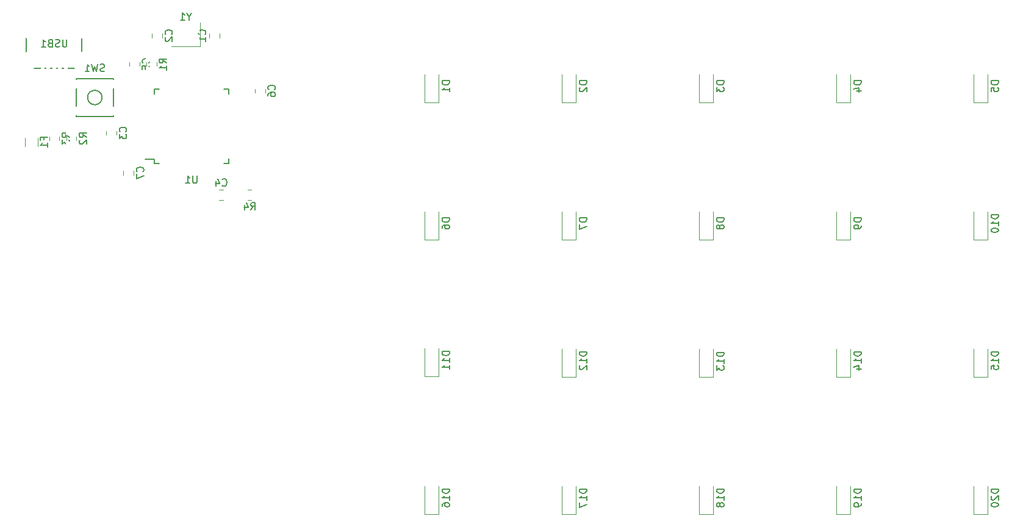
<source format=gbo>
G04 #@! TF.GenerationSoftware,KiCad,Pcbnew,(5.1.4)-1*
G04 #@! TF.CreationDate,2023-03-06T13:27:41+02:00*
G04 #@! TF.ProjectId,Keyboard,4b657962-6f61-4726-942e-6b696361645f,rev?*
G04 #@! TF.SameCoordinates,Original*
G04 #@! TF.FileFunction,Legend,Bot*
G04 #@! TF.FilePolarity,Positive*
%FSLAX46Y46*%
G04 Gerber Fmt 4.6, Leading zero omitted, Abs format (unit mm)*
G04 Created by KiCad (PCBNEW (5.1.4)-1) date 2023-03-06 13:27:41*
%MOMM*%
%LPD*%
G04 APERTURE LIST*
%ADD10C,0.120000*%
%ADD11C,0.150000*%
%ADD12R,1.502000X1.302000*%
%ADD13O,1.802000X2.802000*%
%ADD14R,0.602000X2.352000*%
%ADD15R,0.652000X1.602000*%
%ADD16R,1.602000X0.652000*%
%ADD17R,1.902000X1.202000*%
%ADD18C,0.100000*%
%ADD19C,1.077000*%
%ADD20C,1.852000*%
%ADD21C,2.352000*%
%ADD22C,4.089800*%
%ADD23C,2.352000*%
%ADD24C,1.352000*%
%ADD25R,1.302000X1.002000*%
G04 APERTURE END LIST*
D10*
X87725000Y-91343750D02*
X83725000Y-91343750D01*
X87725000Y-88043750D02*
X87725000Y-91343750D01*
D11*
X63618750Y-88900000D02*
X63618750Y-94350000D01*
X71318750Y-88900000D02*
X71318750Y-94350000D01*
X63618750Y-94350000D02*
X71318750Y-94350000D01*
X81343750Y-106993750D02*
X80068750Y-106993750D01*
X91693750Y-107568750D02*
X91018750Y-107568750D01*
X91693750Y-97218750D02*
X91018750Y-97218750D01*
X81343750Y-97218750D02*
X82018750Y-97218750D01*
X81343750Y-107568750D02*
X82018750Y-107568750D01*
X81343750Y-97218750D02*
X81343750Y-97893750D01*
X91693750Y-97218750D02*
X91693750Y-97893750D01*
X91693750Y-107568750D02*
X91693750Y-106893750D01*
X81343750Y-107568750D02*
X81343750Y-106993750D01*
X70500000Y-101025000D02*
X75700000Y-101025000D01*
X75700000Y-101025000D02*
X75700000Y-95825000D01*
X75700000Y-95825000D02*
X70500000Y-95825000D01*
X70500000Y-95825000D02*
X70500000Y-101025000D01*
X74100000Y-98425000D02*
G75*
G03X74100000Y-98425000I-1000000J0D01*
G01*
D10*
X94341422Y-111208750D02*
X94858578Y-111208750D01*
X94341422Y-112628750D02*
X94858578Y-112628750D01*
X66758750Y-104383578D02*
X66758750Y-103866422D01*
X68178750Y-104383578D02*
X68178750Y-103866422D01*
X69140000Y-104383578D02*
X69140000Y-103866422D01*
X70560000Y-104383578D02*
X70560000Y-103866422D01*
X80252500Y-94064828D02*
X80252500Y-93547672D01*
X81672500Y-94064828D02*
X81672500Y-93547672D01*
X63383750Y-105189564D02*
X63383750Y-103985436D01*
X65203750Y-105189564D02*
X65203750Y-103985436D01*
X197056250Y-156237500D02*
X197056250Y-152337500D01*
X195056250Y-156237500D02*
X195056250Y-152337500D01*
X197056250Y-156237500D02*
X195056250Y-156237500D01*
X178006250Y-156237500D02*
X178006250Y-152337500D01*
X176006250Y-156237500D02*
X176006250Y-152337500D01*
X178006250Y-156237500D02*
X176006250Y-156237500D01*
X158956250Y-156237500D02*
X158956250Y-152337500D01*
X156956250Y-156237500D02*
X156956250Y-152337500D01*
X158956250Y-156237500D02*
X156956250Y-156237500D01*
X139906250Y-156237500D02*
X139906250Y-152337500D01*
X137906250Y-156237500D02*
X137906250Y-152337500D01*
X139906250Y-156237500D02*
X137906250Y-156237500D01*
X120856250Y-156237500D02*
X120856250Y-152337500D01*
X118856250Y-156237500D02*
X118856250Y-152337500D01*
X120856250Y-156237500D02*
X118856250Y-156237500D01*
X197056250Y-137187500D02*
X197056250Y-133287500D01*
X195056250Y-137187500D02*
X195056250Y-133287500D01*
X197056250Y-137187500D02*
X195056250Y-137187500D01*
X178006250Y-137187500D02*
X178006250Y-133287500D01*
X176006250Y-137187500D02*
X176006250Y-133287500D01*
X178006250Y-137187500D02*
X176006250Y-137187500D01*
X158956250Y-137250000D02*
X158956250Y-133350000D01*
X156956250Y-137250000D02*
X156956250Y-133350000D01*
X158956250Y-137250000D02*
X156956250Y-137250000D01*
X139906250Y-137187500D02*
X139906250Y-133287500D01*
X137906250Y-137187500D02*
X137906250Y-133287500D01*
X139906250Y-137187500D02*
X137906250Y-137187500D01*
X120856250Y-137125000D02*
X120856250Y-133225000D01*
X118856250Y-137125000D02*
X118856250Y-133225000D01*
X120856250Y-137125000D02*
X118856250Y-137125000D01*
X197056250Y-118137500D02*
X197056250Y-114237500D01*
X195056250Y-118137500D02*
X195056250Y-114237500D01*
X197056250Y-118137500D02*
X195056250Y-118137500D01*
X178006250Y-118137500D02*
X178006250Y-114237500D01*
X176006250Y-118137500D02*
X176006250Y-114237500D01*
X178006250Y-118137500D02*
X176006250Y-118137500D01*
X158956250Y-118137500D02*
X158956250Y-114237500D01*
X156956250Y-118137500D02*
X156956250Y-114237500D01*
X158956250Y-118137500D02*
X156956250Y-118137500D01*
X139906250Y-118137500D02*
X139906250Y-114237500D01*
X137906250Y-118137500D02*
X137906250Y-114237500D01*
X139906250Y-118137500D02*
X137906250Y-118137500D01*
X120856250Y-118137500D02*
X120856250Y-114237500D01*
X118856250Y-118137500D02*
X118856250Y-114237500D01*
X120856250Y-118137500D02*
X118856250Y-118137500D01*
X197056250Y-99087500D02*
X197056250Y-95187500D01*
X195056250Y-99087500D02*
X195056250Y-95187500D01*
X197056250Y-99087500D02*
X195056250Y-99087500D01*
X178006250Y-99087500D02*
X178006250Y-95187500D01*
X176006250Y-99087500D02*
X176006250Y-95187500D01*
X178006250Y-99087500D02*
X176006250Y-99087500D01*
X158956250Y-99087500D02*
X158956250Y-95187500D01*
X156956250Y-99087500D02*
X156956250Y-95187500D01*
X158956250Y-99087500D02*
X156956250Y-99087500D01*
X139906250Y-99087500D02*
X139906250Y-95187500D01*
X137906250Y-99087500D02*
X137906250Y-95187500D01*
X139906250Y-99087500D02*
X137906250Y-99087500D01*
X120856250Y-99087500D02*
X120856250Y-95187500D01*
X118856250Y-99087500D02*
X118856250Y-95187500D01*
X120856250Y-99087500D02*
X118856250Y-99087500D01*
X77077500Y-109146078D02*
X77077500Y-108628922D01*
X78497500Y-109146078D02*
X78497500Y-108628922D01*
X95333750Y-97746078D02*
X95333750Y-97228922D01*
X96753750Y-97746078D02*
X96753750Y-97228922D01*
X77871250Y-94064828D02*
X77871250Y-93547672D01*
X79291250Y-94064828D02*
X79291250Y-93547672D01*
X90889828Y-112628750D02*
X90372672Y-112628750D01*
X90889828Y-111208750D02*
X90372672Y-111208750D01*
X74696250Y-103589828D02*
X74696250Y-103072672D01*
X76116250Y-103589828D02*
X76116250Y-103072672D01*
X81046250Y-90096078D02*
X81046250Y-89578922D01*
X82466250Y-90096078D02*
X82466250Y-89578922D01*
X90403750Y-89578922D02*
X90403750Y-90096078D01*
X88983750Y-89578922D02*
X88983750Y-90096078D01*
D11*
X86201190Y-87219940D02*
X86201190Y-87696130D01*
X86534523Y-86696130D02*
X86201190Y-87219940D01*
X85867857Y-86696130D01*
X85010714Y-87696130D02*
X85582142Y-87696130D01*
X85296428Y-87696130D02*
X85296428Y-86696130D01*
X85391666Y-86838988D01*
X85486904Y-86934226D01*
X85582142Y-86981845D01*
X69206845Y-90384380D02*
X69206845Y-91193904D01*
X69159226Y-91289142D01*
X69111607Y-91336761D01*
X69016369Y-91384380D01*
X68825892Y-91384380D01*
X68730654Y-91336761D01*
X68683035Y-91289142D01*
X68635416Y-91193904D01*
X68635416Y-90384380D01*
X68206845Y-91336761D02*
X68063988Y-91384380D01*
X67825892Y-91384380D01*
X67730654Y-91336761D01*
X67683035Y-91289142D01*
X67635416Y-91193904D01*
X67635416Y-91098666D01*
X67683035Y-91003428D01*
X67730654Y-90955809D01*
X67825892Y-90908190D01*
X68016369Y-90860571D01*
X68111607Y-90812952D01*
X68159226Y-90765333D01*
X68206845Y-90670095D01*
X68206845Y-90574857D01*
X68159226Y-90479619D01*
X68111607Y-90432000D01*
X68016369Y-90384380D01*
X67778273Y-90384380D01*
X67635416Y-90432000D01*
X66873511Y-90860571D02*
X66730654Y-90908190D01*
X66683035Y-90955809D01*
X66635416Y-91051047D01*
X66635416Y-91193904D01*
X66683035Y-91289142D01*
X66730654Y-91336761D01*
X66825892Y-91384380D01*
X67206845Y-91384380D01*
X67206845Y-90384380D01*
X66873511Y-90384380D01*
X66778273Y-90432000D01*
X66730654Y-90479619D01*
X66683035Y-90574857D01*
X66683035Y-90670095D01*
X66730654Y-90765333D01*
X66778273Y-90812952D01*
X66873511Y-90860571D01*
X67206845Y-90860571D01*
X65683035Y-91384380D02*
X66254464Y-91384380D01*
X65968750Y-91384380D02*
X65968750Y-90384380D01*
X66063988Y-90527238D01*
X66159226Y-90622476D01*
X66254464Y-90670095D01*
X87280654Y-109296130D02*
X87280654Y-110105654D01*
X87233035Y-110200892D01*
X87185416Y-110248511D01*
X87090178Y-110296130D01*
X86899702Y-110296130D01*
X86804464Y-110248511D01*
X86756845Y-110200892D01*
X86709226Y-110105654D01*
X86709226Y-109296130D01*
X85709226Y-110296130D02*
X86280654Y-110296130D01*
X85994940Y-110296130D02*
X85994940Y-109296130D01*
X86090178Y-109438988D01*
X86185416Y-109534226D01*
X86280654Y-109581845D01*
X74433333Y-94765761D02*
X74290476Y-94813380D01*
X74052380Y-94813380D01*
X73957142Y-94765761D01*
X73909523Y-94718142D01*
X73861904Y-94622904D01*
X73861904Y-94527666D01*
X73909523Y-94432428D01*
X73957142Y-94384809D01*
X74052380Y-94337190D01*
X74242857Y-94289571D01*
X74338095Y-94241952D01*
X74385714Y-94194333D01*
X74433333Y-94099095D01*
X74433333Y-94003857D01*
X74385714Y-93908619D01*
X74338095Y-93861000D01*
X74242857Y-93813380D01*
X74004761Y-93813380D01*
X73861904Y-93861000D01*
X73528571Y-93813380D02*
X73290476Y-94813380D01*
X73100000Y-94099095D01*
X72909523Y-94813380D01*
X72671428Y-93813380D01*
X71766666Y-94813380D02*
X72338095Y-94813380D01*
X72052380Y-94813380D02*
X72052380Y-93813380D01*
X72147619Y-93956238D01*
X72242857Y-94051476D01*
X72338095Y-94099095D01*
X94766666Y-114021130D02*
X95100000Y-113544940D01*
X95338095Y-114021130D02*
X95338095Y-113021130D01*
X94957142Y-113021130D01*
X94861904Y-113068750D01*
X94814285Y-113116369D01*
X94766666Y-113211607D01*
X94766666Y-113354464D01*
X94814285Y-113449702D01*
X94861904Y-113497321D01*
X94957142Y-113544940D01*
X95338095Y-113544940D01*
X93909523Y-113354464D02*
X93909523Y-114021130D01*
X94147619Y-112973511D02*
X94385714Y-113687797D01*
X93766666Y-113687797D01*
X69571130Y-103958333D02*
X69094940Y-103625000D01*
X69571130Y-103386904D02*
X68571130Y-103386904D01*
X68571130Y-103767857D01*
X68618750Y-103863095D01*
X68666369Y-103910714D01*
X68761607Y-103958333D01*
X68904464Y-103958333D01*
X68999702Y-103910714D01*
X69047321Y-103863095D01*
X69094940Y-103767857D01*
X69094940Y-103386904D01*
X68571130Y-104291666D02*
X68571130Y-104910714D01*
X68952083Y-104577380D01*
X68952083Y-104720238D01*
X68999702Y-104815476D01*
X69047321Y-104863095D01*
X69142559Y-104910714D01*
X69380654Y-104910714D01*
X69475892Y-104863095D01*
X69523511Y-104815476D01*
X69571130Y-104720238D01*
X69571130Y-104434523D01*
X69523511Y-104339285D01*
X69475892Y-104291666D01*
X71952380Y-103958333D02*
X71476190Y-103625000D01*
X71952380Y-103386904D02*
X70952380Y-103386904D01*
X70952380Y-103767857D01*
X71000000Y-103863095D01*
X71047619Y-103910714D01*
X71142857Y-103958333D01*
X71285714Y-103958333D01*
X71380952Y-103910714D01*
X71428571Y-103863095D01*
X71476190Y-103767857D01*
X71476190Y-103386904D01*
X71047619Y-104339285D02*
X71000000Y-104386904D01*
X70952380Y-104482142D01*
X70952380Y-104720238D01*
X71000000Y-104815476D01*
X71047619Y-104863095D01*
X71142857Y-104910714D01*
X71238095Y-104910714D01*
X71380952Y-104863095D01*
X71952380Y-104291666D01*
X71952380Y-104910714D01*
X83064880Y-93639583D02*
X82588690Y-93306250D01*
X83064880Y-93068154D02*
X82064880Y-93068154D01*
X82064880Y-93449107D01*
X82112500Y-93544345D01*
X82160119Y-93591964D01*
X82255357Y-93639583D01*
X82398214Y-93639583D01*
X82493452Y-93591964D01*
X82541071Y-93544345D01*
X82588690Y-93449107D01*
X82588690Y-93068154D01*
X83064880Y-94591964D02*
X83064880Y-94020535D01*
X83064880Y-94306250D02*
X82064880Y-94306250D01*
X82207738Y-94211011D01*
X82302976Y-94115773D01*
X82350595Y-94020535D01*
X66042321Y-104254166D02*
X66042321Y-103920833D01*
X66566130Y-103920833D02*
X65566130Y-103920833D01*
X65566130Y-104397023D01*
X66566130Y-105301785D02*
X66566130Y-104730357D01*
X66566130Y-105016071D02*
X65566130Y-105016071D01*
X65708988Y-104920833D01*
X65804226Y-104825595D01*
X65851845Y-104730357D01*
X198508630Y-152773214D02*
X197508630Y-152773214D01*
X197508630Y-153011309D01*
X197556250Y-153154166D01*
X197651488Y-153249404D01*
X197746726Y-153297023D01*
X197937202Y-153344642D01*
X198080059Y-153344642D01*
X198270535Y-153297023D01*
X198365773Y-153249404D01*
X198461011Y-153154166D01*
X198508630Y-153011309D01*
X198508630Y-152773214D01*
X197603869Y-153725595D02*
X197556250Y-153773214D01*
X197508630Y-153868452D01*
X197508630Y-154106547D01*
X197556250Y-154201785D01*
X197603869Y-154249404D01*
X197699107Y-154297023D01*
X197794345Y-154297023D01*
X197937202Y-154249404D01*
X198508630Y-153677976D01*
X198508630Y-154297023D01*
X197508630Y-154916071D02*
X197508630Y-155011309D01*
X197556250Y-155106547D01*
X197603869Y-155154166D01*
X197699107Y-155201785D01*
X197889583Y-155249404D01*
X198127678Y-155249404D01*
X198318154Y-155201785D01*
X198413392Y-155154166D01*
X198461011Y-155106547D01*
X198508630Y-155011309D01*
X198508630Y-154916071D01*
X198461011Y-154820833D01*
X198413392Y-154773214D01*
X198318154Y-154725595D01*
X198127678Y-154677976D01*
X197889583Y-154677976D01*
X197699107Y-154725595D01*
X197603869Y-154773214D01*
X197556250Y-154820833D01*
X197508630Y-154916071D01*
X179458630Y-152773214D02*
X178458630Y-152773214D01*
X178458630Y-153011309D01*
X178506250Y-153154166D01*
X178601488Y-153249404D01*
X178696726Y-153297023D01*
X178887202Y-153344642D01*
X179030059Y-153344642D01*
X179220535Y-153297023D01*
X179315773Y-153249404D01*
X179411011Y-153154166D01*
X179458630Y-153011309D01*
X179458630Y-152773214D01*
X179458630Y-154297023D02*
X179458630Y-153725595D01*
X179458630Y-154011309D02*
X178458630Y-154011309D01*
X178601488Y-153916071D01*
X178696726Y-153820833D01*
X178744345Y-153725595D01*
X179458630Y-154773214D02*
X179458630Y-154963690D01*
X179411011Y-155058928D01*
X179363392Y-155106547D01*
X179220535Y-155201785D01*
X179030059Y-155249404D01*
X178649107Y-155249404D01*
X178553869Y-155201785D01*
X178506250Y-155154166D01*
X178458630Y-155058928D01*
X178458630Y-154868452D01*
X178506250Y-154773214D01*
X178553869Y-154725595D01*
X178649107Y-154677976D01*
X178887202Y-154677976D01*
X178982440Y-154725595D01*
X179030059Y-154773214D01*
X179077678Y-154868452D01*
X179077678Y-155058928D01*
X179030059Y-155154166D01*
X178982440Y-155201785D01*
X178887202Y-155249404D01*
X160408630Y-152773214D02*
X159408630Y-152773214D01*
X159408630Y-153011309D01*
X159456250Y-153154166D01*
X159551488Y-153249404D01*
X159646726Y-153297023D01*
X159837202Y-153344642D01*
X159980059Y-153344642D01*
X160170535Y-153297023D01*
X160265773Y-153249404D01*
X160361011Y-153154166D01*
X160408630Y-153011309D01*
X160408630Y-152773214D01*
X160408630Y-154297023D02*
X160408630Y-153725595D01*
X160408630Y-154011309D02*
X159408630Y-154011309D01*
X159551488Y-153916071D01*
X159646726Y-153820833D01*
X159694345Y-153725595D01*
X159837202Y-154868452D02*
X159789583Y-154773214D01*
X159741964Y-154725595D01*
X159646726Y-154677976D01*
X159599107Y-154677976D01*
X159503869Y-154725595D01*
X159456250Y-154773214D01*
X159408630Y-154868452D01*
X159408630Y-155058928D01*
X159456250Y-155154166D01*
X159503869Y-155201785D01*
X159599107Y-155249404D01*
X159646726Y-155249404D01*
X159741964Y-155201785D01*
X159789583Y-155154166D01*
X159837202Y-155058928D01*
X159837202Y-154868452D01*
X159884821Y-154773214D01*
X159932440Y-154725595D01*
X160027678Y-154677976D01*
X160218154Y-154677976D01*
X160313392Y-154725595D01*
X160361011Y-154773214D01*
X160408630Y-154868452D01*
X160408630Y-155058928D01*
X160361011Y-155154166D01*
X160313392Y-155201785D01*
X160218154Y-155249404D01*
X160027678Y-155249404D01*
X159932440Y-155201785D01*
X159884821Y-155154166D01*
X159837202Y-155058928D01*
X141358630Y-152773214D02*
X140358630Y-152773214D01*
X140358630Y-153011309D01*
X140406250Y-153154166D01*
X140501488Y-153249404D01*
X140596726Y-153297023D01*
X140787202Y-153344642D01*
X140930059Y-153344642D01*
X141120535Y-153297023D01*
X141215773Y-153249404D01*
X141311011Y-153154166D01*
X141358630Y-153011309D01*
X141358630Y-152773214D01*
X141358630Y-154297023D02*
X141358630Y-153725595D01*
X141358630Y-154011309D02*
X140358630Y-154011309D01*
X140501488Y-153916071D01*
X140596726Y-153820833D01*
X140644345Y-153725595D01*
X140358630Y-154630357D02*
X140358630Y-155297023D01*
X141358630Y-154868452D01*
X122308630Y-152773214D02*
X121308630Y-152773214D01*
X121308630Y-153011309D01*
X121356250Y-153154166D01*
X121451488Y-153249404D01*
X121546726Y-153297023D01*
X121737202Y-153344642D01*
X121880059Y-153344642D01*
X122070535Y-153297023D01*
X122165773Y-153249404D01*
X122261011Y-153154166D01*
X122308630Y-153011309D01*
X122308630Y-152773214D01*
X122308630Y-154297023D02*
X122308630Y-153725595D01*
X122308630Y-154011309D02*
X121308630Y-154011309D01*
X121451488Y-153916071D01*
X121546726Y-153820833D01*
X121594345Y-153725595D01*
X121308630Y-155154166D02*
X121308630Y-154963690D01*
X121356250Y-154868452D01*
X121403869Y-154820833D01*
X121546726Y-154725595D01*
X121737202Y-154677976D01*
X122118154Y-154677976D01*
X122213392Y-154725595D01*
X122261011Y-154773214D01*
X122308630Y-154868452D01*
X122308630Y-155058928D01*
X122261011Y-155154166D01*
X122213392Y-155201785D01*
X122118154Y-155249404D01*
X121880059Y-155249404D01*
X121784821Y-155201785D01*
X121737202Y-155154166D01*
X121689583Y-155058928D01*
X121689583Y-154868452D01*
X121737202Y-154773214D01*
X121784821Y-154725595D01*
X121880059Y-154677976D01*
X198508630Y-133723214D02*
X197508630Y-133723214D01*
X197508630Y-133961309D01*
X197556250Y-134104166D01*
X197651488Y-134199404D01*
X197746726Y-134247023D01*
X197937202Y-134294642D01*
X198080059Y-134294642D01*
X198270535Y-134247023D01*
X198365773Y-134199404D01*
X198461011Y-134104166D01*
X198508630Y-133961309D01*
X198508630Y-133723214D01*
X198508630Y-135247023D02*
X198508630Y-134675595D01*
X198508630Y-134961309D02*
X197508630Y-134961309D01*
X197651488Y-134866071D01*
X197746726Y-134770833D01*
X197794345Y-134675595D01*
X197508630Y-136151785D02*
X197508630Y-135675595D01*
X197984821Y-135627976D01*
X197937202Y-135675595D01*
X197889583Y-135770833D01*
X197889583Y-136008928D01*
X197937202Y-136104166D01*
X197984821Y-136151785D01*
X198080059Y-136199404D01*
X198318154Y-136199404D01*
X198413392Y-136151785D01*
X198461011Y-136104166D01*
X198508630Y-136008928D01*
X198508630Y-135770833D01*
X198461011Y-135675595D01*
X198413392Y-135627976D01*
X179458630Y-133723214D02*
X178458630Y-133723214D01*
X178458630Y-133961309D01*
X178506250Y-134104166D01*
X178601488Y-134199404D01*
X178696726Y-134247023D01*
X178887202Y-134294642D01*
X179030059Y-134294642D01*
X179220535Y-134247023D01*
X179315773Y-134199404D01*
X179411011Y-134104166D01*
X179458630Y-133961309D01*
X179458630Y-133723214D01*
X179458630Y-135247023D02*
X179458630Y-134675595D01*
X179458630Y-134961309D02*
X178458630Y-134961309D01*
X178601488Y-134866071D01*
X178696726Y-134770833D01*
X178744345Y-134675595D01*
X178791964Y-136104166D02*
X179458630Y-136104166D01*
X178411011Y-135866071D02*
X179125297Y-135627976D01*
X179125297Y-136247023D01*
X160408630Y-133785714D02*
X159408630Y-133785714D01*
X159408630Y-134023809D01*
X159456250Y-134166666D01*
X159551488Y-134261904D01*
X159646726Y-134309523D01*
X159837202Y-134357142D01*
X159980059Y-134357142D01*
X160170535Y-134309523D01*
X160265773Y-134261904D01*
X160361011Y-134166666D01*
X160408630Y-134023809D01*
X160408630Y-133785714D01*
X160408630Y-135309523D02*
X160408630Y-134738095D01*
X160408630Y-135023809D02*
X159408630Y-135023809D01*
X159551488Y-134928571D01*
X159646726Y-134833333D01*
X159694345Y-134738095D01*
X159408630Y-135642857D02*
X159408630Y-136261904D01*
X159789583Y-135928571D01*
X159789583Y-136071428D01*
X159837202Y-136166666D01*
X159884821Y-136214285D01*
X159980059Y-136261904D01*
X160218154Y-136261904D01*
X160313392Y-136214285D01*
X160361011Y-136166666D01*
X160408630Y-136071428D01*
X160408630Y-135785714D01*
X160361011Y-135690476D01*
X160313392Y-135642857D01*
X141358630Y-133723214D02*
X140358630Y-133723214D01*
X140358630Y-133961309D01*
X140406250Y-134104166D01*
X140501488Y-134199404D01*
X140596726Y-134247023D01*
X140787202Y-134294642D01*
X140930059Y-134294642D01*
X141120535Y-134247023D01*
X141215773Y-134199404D01*
X141311011Y-134104166D01*
X141358630Y-133961309D01*
X141358630Y-133723214D01*
X141358630Y-135247023D02*
X141358630Y-134675595D01*
X141358630Y-134961309D02*
X140358630Y-134961309D01*
X140501488Y-134866071D01*
X140596726Y-134770833D01*
X140644345Y-134675595D01*
X140453869Y-135627976D02*
X140406250Y-135675595D01*
X140358630Y-135770833D01*
X140358630Y-136008928D01*
X140406250Y-136104166D01*
X140453869Y-136151785D01*
X140549107Y-136199404D01*
X140644345Y-136199404D01*
X140787202Y-136151785D01*
X141358630Y-135580357D01*
X141358630Y-136199404D01*
X122308630Y-133660714D02*
X121308630Y-133660714D01*
X121308630Y-133898809D01*
X121356250Y-134041666D01*
X121451488Y-134136904D01*
X121546726Y-134184523D01*
X121737202Y-134232142D01*
X121880059Y-134232142D01*
X122070535Y-134184523D01*
X122165773Y-134136904D01*
X122261011Y-134041666D01*
X122308630Y-133898809D01*
X122308630Y-133660714D01*
X122308630Y-135184523D02*
X122308630Y-134613095D01*
X122308630Y-134898809D02*
X121308630Y-134898809D01*
X121451488Y-134803571D01*
X121546726Y-134708333D01*
X121594345Y-134613095D01*
X122308630Y-136136904D02*
X122308630Y-135565476D01*
X122308630Y-135851190D02*
X121308630Y-135851190D01*
X121451488Y-135755952D01*
X121546726Y-135660714D01*
X121594345Y-135565476D01*
X198508630Y-114673214D02*
X197508630Y-114673214D01*
X197508630Y-114911309D01*
X197556250Y-115054166D01*
X197651488Y-115149404D01*
X197746726Y-115197023D01*
X197937202Y-115244642D01*
X198080059Y-115244642D01*
X198270535Y-115197023D01*
X198365773Y-115149404D01*
X198461011Y-115054166D01*
X198508630Y-114911309D01*
X198508630Y-114673214D01*
X198508630Y-116197023D02*
X198508630Y-115625595D01*
X198508630Y-115911309D02*
X197508630Y-115911309D01*
X197651488Y-115816071D01*
X197746726Y-115720833D01*
X197794345Y-115625595D01*
X197508630Y-116816071D02*
X197508630Y-116911309D01*
X197556250Y-117006547D01*
X197603869Y-117054166D01*
X197699107Y-117101785D01*
X197889583Y-117149404D01*
X198127678Y-117149404D01*
X198318154Y-117101785D01*
X198413392Y-117054166D01*
X198461011Y-117006547D01*
X198508630Y-116911309D01*
X198508630Y-116816071D01*
X198461011Y-116720833D01*
X198413392Y-116673214D01*
X198318154Y-116625595D01*
X198127678Y-116577976D01*
X197889583Y-116577976D01*
X197699107Y-116625595D01*
X197603869Y-116673214D01*
X197556250Y-116720833D01*
X197508630Y-116816071D01*
X179458630Y-115149404D02*
X178458630Y-115149404D01*
X178458630Y-115387500D01*
X178506250Y-115530357D01*
X178601488Y-115625595D01*
X178696726Y-115673214D01*
X178887202Y-115720833D01*
X179030059Y-115720833D01*
X179220535Y-115673214D01*
X179315773Y-115625595D01*
X179411011Y-115530357D01*
X179458630Y-115387500D01*
X179458630Y-115149404D01*
X179458630Y-116197023D02*
X179458630Y-116387500D01*
X179411011Y-116482738D01*
X179363392Y-116530357D01*
X179220535Y-116625595D01*
X179030059Y-116673214D01*
X178649107Y-116673214D01*
X178553869Y-116625595D01*
X178506250Y-116577976D01*
X178458630Y-116482738D01*
X178458630Y-116292261D01*
X178506250Y-116197023D01*
X178553869Y-116149404D01*
X178649107Y-116101785D01*
X178887202Y-116101785D01*
X178982440Y-116149404D01*
X179030059Y-116197023D01*
X179077678Y-116292261D01*
X179077678Y-116482738D01*
X179030059Y-116577976D01*
X178982440Y-116625595D01*
X178887202Y-116673214D01*
X160408630Y-115149404D02*
X159408630Y-115149404D01*
X159408630Y-115387500D01*
X159456250Y-115530357D01*
X159551488Y-115625595D01*
X159646726Y-115673214D01*
X159837202Y-115720833D01*
X159980059Y-115720833D01*
X160170535Y-115673214D01*
X160265773Y-115625595D01*
X160361011Y-115530357D01*
X160408630Y-115387500D01*
X160408630Y-115149404D01*
X159837202Y-116292261D02*
X159789583Y-116197023D01*
X159741964Y-116149404D01*
X159646726Y-116101785D01*
X159599107Y-116101785D01*
X159503869Y-116149404D01*
X159456250Y-116197023D01*
X159408630Y-116292261D01*
X159408630Y-116482738D01*
X159456250Y-116577976D01*
X159503869Y-116625595D01*
X159599107Y-116673214D01*
X159646726Y-116673214D01*
X159741964Y-116625595D01*
X159789583Y-116577976D01*
X159837202Y-116482738D01*
X159837202Y-116292261D01*
X159884821Y-116197023D01*
X159932440Y-116149404D01*
X160027678Y-116101785D01*
X160218154Y-116101785D01*
X160313392Y-116149404D01*
X160361011Y-116197023D01*
X160408630Y-116292261D01*
X160408630Y-116482738D01*
X160361011Y-116577976D01*
X160313392Y-116625595D01*
X160218154Y-116673214D01*
X160027678Y-116673214D01*
X159932440Y-116625595D01*
X159884821Y-116577976D01*
X159837202Y-116482738D01*
X141358630Y-115149404D02*
X140358630Y-115149404D01*
X140358630Y-115387500D01*
X140406250Y-115530357D01*
X140501488Y-115625595D01*
X140596726Y-115673214D01*
X140787202Y-115720833D01*
X140930059Y-115720833D01*
X141120535Y-115673214D01*
X141215773Y-115625595D01*
X141311011Y-115530357D01*
X141358630Y-115387500D01*
X141358630Y-115149404D01*
X140358630Y-116054166D02*
X140358630Y-116720833D01*
X141358630Y-116292261D01*
X122308630Y-115149404D02*
X121308630Y-115149404D01*
X121308630Y-115387500D01*
X121356250Y-115530357D01*
X121451488Y-115625595D01*
X121546726Y-115673214D01*
X121737202Y-115720833D01*
X121880059Y-115720833D01*
X122070535Y-115673214D01*
X122165773Y-115625595D01*
X122261011Y-115530357D01*
X122308630Y-115387500D01*
X122308630Y-115149404D01*
X121308630Y-116577976D02*
X121308630Y-116387500D01*
X121356250Y-116292261D01*
X121403869Y-116244642D01*
X121546726Y-116149404D01*
X121737202Y-116101785D01*
X122118154Y-116101785D01*
X122213392Y-116149404D01*
X122261011Y-116197023D01*
X122308630Y-116292261D01*
X122308630Y-116482738D01*
X122261011Y-116577976D01*
X122213392Y-116625595D01*
X122118154Y-116673214D01*
X121880059Y-116673214D01*
X121784821Y-116625595D01*
X121737202Y-116577976D01*
X121689583Y-116482738D01*
X121689583Y-116292261D01*
X121737202Y-116197023D01*
X121784821Y-116149404D01*
X121880059Y-116101785D01*
X198508630Y-96099404D02*
X197508630Y-96099404D01*
X197508630Y-96337500D01*
X197556250Y-96480357D01*
X197651488Y-96575595D01*
X197746726Y-96623214D01*
X197937202Y-96670833D01*
X198080059Y-96670833D01*
X198270535Y-96623214D01*
X198365773Y-96575595D01*
X198461011Y-96480357D01*
X198508630Y-96337500D01*
X198508630Y-96099404D01*
X197508630Y-97575595D02*
X197508630Y-97099404D01*
X197984821Y-97051785D01*
X197937202Y-97099404D01*
X197889583Y-97194642D01*
X197889583Y-97432738D01*
X197937202Y-97527976D01*
X197984821Y-97575595D01*
X198080059Y-97623214D01*
X198318154Y-97623214D01*
X198413392Y-97575595D01*
X198461011Y-97527976D01*
X198508630Y-97432738D01*
X198508630Y-97194642D01*
X198461011Y-97099404D01*
X198413392Y-97051785D01*
X179458630Y-96099404D02*
X178458630Y-96099404D01*
X178458630Y-96337500D01*
X178506250Y-96480357D01*
X178601488Y-96575595D01*
X178696726Y-96623214D01*
X178887202Y-96670833D01*
X179030059Y-96670833D01*
X179220535Y-96623214D01*
X179315773Y-96575595D01*
X179411011Y-96480357D01*
X179458630Y-96337500D01*
X179458630Y-96099404D01*
X178791964Y-97527976D02*
X179458630Y-97527976D01*
X178411011Y-97289880D02*
X179125297Y-97051785D01*
X179125297Y-97670833D01*
X160408630Y-96099404D02*
X159408630Y-96099404D01*
X159408630Y-96337500D01*
X159456250Y-96480357D01*
X159551488Y-96575595D01*
X159646726Y-96623214D01*
X159837202Y-96670833D01*
X159980059Y-96670833D01*
X160170535Y-96623214D01*
X160265773Y-96575595D01*
X160361011Y-96480357D01*
X160408630Y-96337500D01*
X160408630Y-96099404D01*
X159408630Y-97004166D02*
X159408630Y-97623214D01*
X159789583Y-97289880D01*
X159789583Y-97432738D01*
X159837202Y-97527976D01*
X159884821Y-97575595D01*
X159980059Y-97623214D01*
X160218154Y-97623214D01*
X160313392Y-97575595D01*
X160361011Y-97527976D01*
X160408630Y-97432738D01*
X160408630Y-97147023D01*
X160361011Y-97051785D01*
X160313392Y-97004166D01*
X141358630Y-96099404D02*
X140358630Y-96099404D01*
X140358630Y-96337500D01*
X140406250Y-96480357D01*
X140501488Y-96575595D01*
X140596726Y-96623214D01*
X140787202Y-96670833D01*
X140930059Y-96670833D01*
X141120535Y-96623214D01*
X141215773Y-96575595D01*
X141311011Y-96480357D01*
X141358630Y-96337500D01*
X141358630Y-96099404D01*
X140453869Y-97051785D02*
X140406250Y-97099404D01*
X140358630Y-97194642D01*
X140358630Y-97432738D01*
X140406250Y-97527976D01*
X140453869Y-97575595D01*
X140549107Y-97623214D01*
X140644345Y-97623214D01*
X140787202Y-97575595D01*
X141358630Y-97004166D01*
X141358630Y-97623214D01*
X122308630Y-96099404D02*
X121308630Y-96099404D01*
X121308630Y-96337500D01*
X121356250Y-96480357D01*
X121451488Y-96575595D01*
X121546726Y-96623214D01*
X121737202Y-96670833D01*
X121880059Y-96670833D01*
X122070535Y-96623214D01*
X122165773Y-96575595D01*
X122261011Y-96480357D01*
X122308630Y-96337500D01*
X122308630Y-96099404D01*
X122308630Y-97623214D02*
X122308630Y-97051785D01*
X122308630Y-97337500D02*
X121308630Y-97337500D01*
X121451488Y-97242261D01*
X121546726Y-97147023D01*
X121594345Y-97051785D01*
X79794642Y-108720833D02*
X79842261Y-108673214D01*
X79889880Y-108530357D01*
X79889880Y-108435119D01*
X79842261Y-108292261D01*
X79747023Y-108197023D01*
X79651785Y-108149404D01*
X79461309Y-108101785D01*
X79318452Y-108101785D01*
X79127976Y-108149404D01*
X79032738Y-108197023D01*
X78937500Y-108292261D01*
X78889880Y-108435119D01*
X78889880Y-108530357D01*
X78937500Y-108673214D01*
X78985119Y-108720833D01*
X78889880Y-109054166D02*
X78889880Y-109720833D01*
X79889880Y-109292261D01*
X98050892Y-97320833D02*
X98098511Y-97273214D01*
X98146130Y-97130357D01*
X98146130Y-97035119D01*
X98098511Y-96892261D01*
X98003273Y-96797023D01*
X97908035Y-96749404D01*
X97717559Y-96701785D01*
X97574702Y-96701785D01*
X97384226Y-96749404D01*
X97288988Y-96797023D01*
X97193750Y-96892261D01*
X97146130Y-97035119D01*
X97146130Y-97130357D01*
X97193750Y-97273214D01*
X97241369Y-97320833D01*
X97146130Y-98177976D02*
X97146130Y-97987500D01*
X97193750Y-97892261D01*
X97241369Y-97844642D01*
X97384226Y-97749404D01*
X97574702Y-97701785D01*
X97955654Y-97701785D01*
X98050892Y-97749404D01*
X98098511Y-97797023D01*
X98146130Y-97892261D01*
X98146130Y-98082738D01*
X98098511Y-98177976D01*
X98050892Y-98225595D01*
X97955654Y-98273214D01*
X97717559Y-98273214D01*
X97622321Y-98225595D01*
X97574702Y-98177976D01*
X97527083Y-98082738D01*
X97527083Y-97892261D01*
X97574702Y-97797023D01*
X97622321Y-97749404D01*
X97717559Y-97701785D01*
X80588392Y-93639583D02*
X80636011Y-93591964D01*
X80683630Y-93449107D01*
X80683630Y-93353869D01*
X80636011Y-93211011D01*
X80540773Y-93115773D01*
X80445535Y-93068154D01*
X80255059Y-93020535D01*
X80112202Y-93020535D01*
X79921726Y-93068154D01*
X79826488Y-93115773D01*
X79731250Y-93211011D01*
X79683630Y-93353869D01*
X79683630Y-93449107D01*
X79731250Y-93591964D01*
X79778869Y-93639583D01*
X79683630Y-94544345D02*
X79683630Y-94068154D01*
X80159821Y-94020535D01*
X80112202Y-94068154D01*
X80064583Y-94163392D01*
X80064583Y-94401488D01*
X80112202Y-94496726D01*
X80159821Y-94544345D01*
X80255059Y-94591964D01*
X80493154Y-94591964D01*
X80588392Y-94544345D01*
X80636011Y-94496726D01*
X80683630Y-94401488D01*
X80683630Y-94163392D01*
X80636011Y-94068154D01*
X80588392Y-94020535D01*
X90797916Y-110625892D02*
X90845535Y-110673511D01*
X90988392Y-110721130D01*
X91083630Y-110721130D01*
X91226488Y-110673511D01*
X91321726Y-110578273D01*
X91369345Y-110483035D01*
X91416964Y-110292559D01*
X91416964Y-110149702D01*
X91369345Y-109959226D01*
X91321726Y-109863988D01*
X91226488Y-109768750D01*
X91083630Y-109721130D01*
X90988392Y-109721130D01*
X90845535Y-109768750D01*
X90797916Y-109816369D01*
X89940773Y-110054464D02*
X89940773Y-110721130D01*
X90178869Y-109673511D02*
X90416964Y-110387797D01*
X89797916Y-110387797D01*
X77413392Y-103164583D02*
X77461011Y-103116964D01*
X77508630Y-102974107D01*
X77508630Y-102878869D01*
X77461011Y-102736011D01*
X77365773Y-102640773D01*
X77270535Y-102593154D01*
X77080059Y-102545535D01*
X76937202Y-102545535D01*
X76746726Y-102593154D01*
X76651488Y-102640773D01*
X76556250Y-102736011D01*
X76508630Y-102878869D01*
X76508630Y-102974107D01*
X76556250Y-103116964D01*
X76603869Y-103164583D01*
X76508630Y-103497916D02*
X76508630Y-104116964D01*
X76889583Y-103783630D01*
X76889583Y-103926488D01*
X76937202Y-104021726D01*
X76984821Y-104069345D01*
X77080059Y-104116964D01*
X77318154Y-104116964D01*
X77413392Y-104069345D01*
X77461011Y-104021726D01*
X77508630Y-103926488D01*
X77508630Y-103640773D01*
X77461011Y-103545535D01*
X77413392Y-103497916D01*
X83763392Y-89670833D02*
X83811011Y-89623214D01*
X83858630Y-89480357D01*
X83858630Y-89385119D01*
X83811011Y-89242261D01*
X83715773Y-89147023D01*
X83620535Y-89099404D01*
X83430059Y-89051785D01*
X83287202Y-89051785D01*
X83096726Y-89099404D01*
X83001488Y-89147023D01*
X82906250Y-89242261D01*
X82858630Y-89385119D01*
X82858630Y-89480357D01*
X82906250Y-89623214D01*
X82953869Y-89670833D01*
X82953869Y-90051785D02*
X82906250Y-90099404D01*
X82858630Y-90194642D01*
X82858630Y-90432738D01*
X82906250Y-90527976D01*
X82953869Y-90575595D01*
X83049107Y-90623214D01*
X83144345Y-90623214D01*
X83287202Y-90575595D01*
X83858630Y-90004166D01*
X83858630Y-90623214D01*
X88400892Y-89670833D02*
X88448511Y-89623214D01*
X88496130Y-89480357D01*
X88496130Y-89385119D01*
X88448511Y-89242261D01*
X88353273Y-89147023D01*
X88258035Y-89099404D01*
X88067559Y-89051785D01*
X87924702Y-89051785D01*
X87734226Y-89099404D01*
X87638988Y-89147023D01*
X87543750Y-89242261D01*
X87496130Y-89385119D01*
X87496130Y-89480357D01*
X87543750Y-89623214D01*
X87591369Y-89670833D01*
X88496130Y-90623214D02*
X88496130Y-90051785D01*
X88496130Y-90337500D02*
X87496130Y-90337500D01*
X87638988Y-90242261D01*
X87734226Y-90147023D01*
X87781845Y-90051785D01*
%LPC*%
D12*
X86825000Y-88843750D03*
X84625000Y-88843750D03*
X84625000Y-90543750D03*
X86825000Y-90543750D03*
D13*
X63818750Y-88900000D03*
X71118750Y-88900000D03*
X71118750Y-93400000D03*
X63818750Y-93400000D03*
D14*
X65868750Y-93400000D03*
X66668750Y-93400000D03*
X67468750Y-93400000D03*
X68268750Y-93400000D03*
X69068750Y-93400000D03*
D15*
X82518750Y-108093750D03*
X83318750Y-108093750D03*
X84118750Y-108093750D03*
X84918750Y-108093750D03*
X85718750Y-108093750D03*
X86518750Y-108093750D03*
X87318750Y-108093750D03*
X88118750Y-108093750D03*
X88918750Y-108093750D03*
X89718750Y-108093750D03*
X90518750Y-108093750D03*
D16*
X92218750Y-106393750D03*
X92218750Y-105593750D03*
X92218750Y-104793750D03*
X92218750Y-103993750D03*
X92218750Y-103193750D03*
X92218750Y-102393750D03*
X92218750Y-101593750D03*
X92218750Y-100793750D03*
X92218750Y-99993750D03*
X92218750Y-99193750D03*
X92218750Y-98393750D03*
D15*
X90518750Y-96693750D03*
X89718750Y-96693750D03*
X88918750Y-96693750D03*
X88118750Y-96693750D03*
X87318750Y-96693750D03*
X86518750Y-96693750D03*
X85718750Y-96693750D03*
X84918750Y-96693750D03*
X84118750Y-96693750D03*
X83318750Y-96693750D03*
X82518750Y-96693750D03*
D16*
X80818750Y-98393750D03*
X80818750Y-99193750D03*
X80818750Y-99993750D03*
X80818750Y-100793750D03*
X80818750Y-101593750D03*
X80818750Y-102393750D03*
X80818750Y-103193750D03*
X80818750Y-103993750D03*
X80818750Y-104793750D03*
X80818750Y-105593750D03*
X80818750Y-106393750D03*
D17*
X70000000Y-96575000D03*
X76200000Y-100275000D03*
X70000000Y-100275000D03*
X76200000Y-96575000D03*
D18*
G36*
X95833141Y-111169047D02*
G01*
X95859278Y-111172924D01*
X95884909Y-111179344D01*
X95909788Y-111188245D01*
X95933674Y-111199543D01*
X95956337Y-111213127D01*
X95977560Y-111228867D01*
X95997139Y-111246611D01*
X96014883Y-111266190D01*
X96030623Y-111287413D01*
X96044207Y-111310076D01*
X96055505Y-111333962D01*
X96064406Y-111358841D01*
X96070826Y-111384472D01*
X96074703Y-111410609D01*
X96076000Y-111437000D01*
X96076000Y-112400500D01*
X96074703Y-112426891D01*
X96070826Y-112453028D01*
X96064406Y-112478659D01*
X96055505Y-112503538D01*
X96044207Y-112527424D01*
X96030623Y-112550087D01*
X96014883Y-112571310D01*
X95997139Y-112590889D01*
X95977560Y-112608633D01*
X95956337Y-112624373D01*
X95933674Y-112637957D01*
X95909788Y-112649255D01*
X95884909Y-112658156D01*
X95859278Y-112664576D01*
X95833141Y-112668453D01*
X95806750Y-112669750D01*
X95268250Y-112669750D01*
X95241859Y-112668453D01*
X95215722Y-112664576D01*
X95190091Y-112658156D01*
X95165212Y-112649255D01*
X95141326Y-112637957D01*
X95118663Y-112624373D01*
X95097440Y-112608633D01*
X95077861Y-112590889D01*
X95060117Y-112571310D01*
X95044377Y-112550087D01*
X95030793Y-112527424D01*
X95019495Y-112503538D01*
X95010594Y-112478659D01*
X95004174Y-112453028D01*
X95000297Y-112426891D01*
X94999000Y-112400500D01*
X94999000Y-111437000D01*
X95000297Y-111410609D01*
X95004174Y-111384472D01*
X95010594Y-111358841D01*
X95019495Y-111333962D01*
X95030793Y-111310076D01*
X95044377Y-111287413D01*
X95060117Y-111266190D01*
X95077861Y-111246611D01*
X95097440Y-111228867D01*
X95118663Y-111213127D01*
X95141326Y-111199543D01*
X95165212Y-111188245D01*
X95190091Y-111179344D01*
X95215722Y-111172924D01*
X95241859Y-111169047D01*
X95268250Y-111167750D01*
X95806750Y-111167750D01*
X95833141Y-111169047D01*
X95833141Y-111169047D01*
G37*
D19*
X95537500Y-111918750D03*
D18*
G36*
X93958141Y-111169047D02*
G01*
X93984278Y-111172924D01*
X94009909Y-111179344D01*
X94034788Y-111188245D01*
X94058674Y-111199543D01*
X94081337Y-111213127D01*
X94102560Y-111228867D01*
X94122139Y-111246611D01*
X94139883Y-111266190D01*
X94155623Y-111287413D01*
X94169207Y-111310076D01*
X94180505Y-111333962D01*
X94189406Y-111358841D01*
X94195826Y-111384472D01*
X94199703Y-111410609D01*
X94201000Y-111437000D01*
X94201000Y-112400500D01*
X94199703Y-112426891D01*
X94195826Y-112453028D01*
X94189406Y-112478659D01*
X94180505Y-112503538D01*
X94169207Y-112527424D01*
X94155623Y-112550087D01*
X94139883Y-112571310D01*
X94122139Y-112590889D01*
X94102560Y-112608633D01*
X94081337Y-112624373D01*
X94058674Y-112637957D01*
X94034788Y-112649255D01*
X94009909Y-112658156D01*
X93984278Y-112664576D01*
X93958141Y-112668453D01*
X93931750Y-112669750D01*
X93393250Y-112669750D01*
X93366859Y-112668453D01*
X93340722Y-112664576D01*
X93315091Y-112658156D01*
X93290212Y-112649255D01*
X93266326Y-112637957D01*
X93243663Y-112624373D01*
X93222440Y-112608633D01*
X93202861Y-112590889D01*
X93185117Y-112571310D01*
X93169377Y-112550087D01*
X93155793Y-112527424D01*
X93144495Y-112503538D01*
X93135594Y-112478659D01*
X93129174Y-112453028D01*
X93125297Y-112426891D01*
X93124000Y-112400500D01*
X93124000Y-111437000D01*
X93125297Y-111410609D01*
X93129174Y-111384472D01*
X93135594Y-111358841D01*
X93144495Y-111333962D01*
X93155793Y-111310076D01*
X93169377Y-111287413D01*
X93185117Y-111266190D01*
X93202861Y-111246611D01*
X93222440Y-111228867D01*
X93243663Y-111213127D01*
X93266326Y-111199543D01*
X93290212Y-111188245D01*
X93315091Y-111179344D01*
X93340722Y-111172924D01*
X93366859Y-111169047D01*
X93393250Y-111167750D01*
X93931750Y-111167750D01*
X93958141Y-111169047D01*
X93958141Y-111169047D01*
G37*
D19*
X93662500Y-111918750D03*
D18*
G36*
X67976891Y-102650297D02*
G01*
X68003028Y-102654174D01*
X68028659Y-102660594D01*
X68053538Y-102669495D01*
X68077424Y-102680793D01*
X68100087Y-102694377D01*
X68121310Y-102710117D01*
X68140889Y-102727861D01*
X68158633Y-102747440D01*
X68174373Y-102768663D01*
X68187957Y-102791326D01*
X68199255Y-102815212D01*
X68208156Y-102840091D01*
X68214576Y-102865722D01*
X68218453Y-102891859D01*
X68219750Y-102918250D01*
X68219750Y-103456750D01*
X68218453Y-103483141D01*
X68214576Y-103509278D01*
X68208156Y-103534909D01*
X68199255Y-103559788D01*
X68187957Y-103583674D01*
X68174373Y-103606337D01*
X68158633Y-103627560D01*
X68140889Y-103647139D01*
X68121310Y-103664883D01*
X68100087Y-103680623D01*
X68077424Y-103694207D01*
X68053538Y-103705505D01*
X68028659Y-103714406D01*
X68003028Y-103720826D01*
X67976891Y-103724703D01*
X67950500Y-103726000D01*
X66987000Y-103726000D01*
X66960609Y-103724703D01*
X66934472Y-103720826D01*
X66908841Y-103714406D01*
X66883962Y-103705505D01*
X66860076Y-103694207D01*
X66837413Y-103680623D01*
X66816190Y-103664883D01*
X66796611Y-103647139D01*
X66778867Y-103627560D01*
X66763127Y-103606337D01*
X66749543Y-103583674D01*
X66738245Y-103559788D01*
X66729344Y-103534909D01*
X66722924Y-103509278D01*
X66719047Y-103483141D01*
X66717750Y-103456750D01*
X66717750Y-102918250D01*
X66719047Y-102891859D01*
X66722924Y-102865722D01*
X66729344Y-102840091D01*
X66738245Y-102815212D01*
X66749543Y-102791326D01*
X66763127Y-102768663D01*
X66778867Y-102747440D01*
X66796611Y-102727861D01*
X66816190Y-102710117D01*
X66837413Y-102694377D01*
X66860076Y-102680793D01*
X66883962Y-102669495D01*
X66908841Y-102660594D01*
X66934472Y-102654174D01*
X66960609Y-102650297D01*
X66987000Y-102649000D01*
X67950500Y-102649000D01*
X67976891Y-102650297D01*
X67976891Y-102650297D01*
G37*
D19*
X67468750Y-103187500D03*
D18*
G36*
X67976891Y-104525297D02*
G01*
X68003028Y-104529174D01*
X68028659Y-104535594D01*
X68053538Y-104544495D01*
X68077424Y-104555793D01*
X68100087Y-104569377D01*
X68121310Y-104585117D01*
X68140889Y-104602861D01*
X68158633Y-104622440D01*
X68174373Y-104643663D01*
X68187957Y-104666326D01*
X68199255Y-104690212D01*
X68208156Y-104715091D01*
X68214576Y-104740722D01*
X68218453Y-104766859D01*
X68219750Y-104793250D01*
X68219750Y-105331750D01*
X68218453Y-105358141D01*
X68214576Y-105384278D01*
X68208156Y-105409909D01*
X68199255Y-105434788D01*
X68187957Y-105458674D01*
X68174373Y-105481337D01*
X68158633Y-105502560D01*
X68140889Y-105522139D01*
X68121310Y-105539883D01*
X68100087Y-105555623D01*
X68077424Y-105569207D01*
X68053538Y-105580505D01*
X68028659Y-105589406D01*
X68003028Y-105595826D01*
X67976891Y-105599703D01*
X67950500Y-105601000D01*
X66987000Y-105601000D01*
X66960609Y-105599703D01*
X66934472Y-105595826D01*
X66908841Y-105589406D01*
X66883962Y-105580505D01*
X66860076Y-105569207D01*
X66837413Y-105555623D01*
X66816190Y-105539883D01*
X66796611Y-105522139D01*
X66778867Y-105502560D01*
X66763127Y-105481337D01*
X66749543Y-105458674D01*
X66738245Y-105434788D01*
X66729344Y-105409909D01*
X66722924Y-105384278D01*
X66719047Y-105358141D01*
X66717750Y-105331750D01*
X66717750Y-104793250D01*
X66719047Y-104766859D01*
X66722924Y-104740722D01*
X66729344Y-104715091D01*
X66738245Y-104690212D01*
X66749543Y-104666326D01*
X66763127Y-104643663D01*
X66778867Y-104622440D01*
X66796611Y-104602861D01*
X66816190Y-104585117D01*
X66837413Y-104569377D01*
X66860076Y-104555793D01*
X66883962Y-104544495D01*
X66908841Y-104535594D01*
X66934472Y-104529174D01*
X66960609Y-104525297D01*
X66987000Y-104524000D01*
X67950500Y-104524000D01*
X67976891Y-104525297D01*
X67976891Y-104525297D01*
G37*
D19*
X67468750Y-105062500D03*
D18*
G36*
X70358141Y-102650297D02*
G01*
X70384278Y-102654174D01*
X70409909Y-102660594D01*
X70434788Y-102669495D01*
X70458674Y-102680793D01*
X70481337Y-102694377D01*
X70502560Y-102710117D01*
X70522139Y-102727861D01*
X70539883Y-102747440D01*
X70555623Y-102768663D01*
X70569207Y-102791326D01*
X70580505Y-102815212D01*
X70589406Y-102840091D01*
X70595826Y-102865722D01*
X70599703Y-102891859D01*
X70601000Y-102918250D01*
X70601000Y-103456750D01*
X70599703Y-103483141D01*
X70595826Y-103509278D01*
X70589406Y-103534909D01*
X70580505Y-103559788D01*
X70569207Y-103583674D01*
X70555623Y-103606337D01*
X70539883Y-103627560D01*
X70522139Y-103647139D01*
X70502560Y-103664883D01*
X70481337Y-103680623D01*
X70458674Y-103694207D01*
X70434788Y-103705505D01*
X70409909Y-103714406D01*
X70384278Y-103720826D01*
X70358141Y-103724703D01*
X70331750Y-103726000D01*
X69368250Y-103726000D01*
X69341859Y-103724703D01*
X69315722Y-103720826D01*
X69290091Y-103714406D01*
X69265212Y-103705505D01*
X69241326Y-103694207D01*
X69218663Y-103680623D01*
X69197440Y-103664883D01*
X69177861Y-103647139D01*
X69160117Y-103627560D01*
X69144377Y-103606337D01*
X69130793Y-103583674D01*
X69119495Y-103559788D01*
X69110594Y-103534909D01*
X69104174Y-103509278D01*
X69100297Y-103483141D01*
X69099000Y-103456750D01*
X69099000Y-102918250D01*
X69100297Y-102891859D01*
X69104174Y-102865722D01*
X69110594Y-102840091D01*
X69119495Y-102815212D01*
X69130793Y-102791326D01*
X69144377Y-102768663D01*
X69160117Y-102747440D01*
X69177861Y-102727861D01*
X69197440Y-102710117D01*
X69218663Y-102694377D01*
X69241326Y-102680793D01*
X69265212Y-102669495D01*
X69290091Y-102660594D01*
X69315722Y-102654174D01*
X69341859Y-102650297D01*
X69368250Y-102649000D01*
X70331750Y-102649000D01*
X70358141Y-102650297D01*
X70358141Y-102650297D01*
G37*
D19*
X69850000Y-103187500D03*
D18*
G36*
X70358141Y-104525297D02*
G01*
X70384278Y-104529174D01*
X70409909Y-104535594D01*
X70434788Y-104544495D01*
X70458674Y-104555793D01*
X70481337Y-104569377D01*
X70502560Y-104585117D01*
X70522139Y-104602861D01*
X70539883Y-104622440D01*
X70555623Y-104643663D01*
X70569207Y-104666326D01*
X70580505Y-104690212D01*
X70589406Y-104715091D01*
X70595826Y-104740722D01*
X70599703Y-104766859D01*
X70601000Y-104793250D01*
X70601000Y-105331750D01*
X70599703Y-105358141D01*
X70595826Y-105384278D01*
X70589406Y-105409909D01*
X70580505Y-105434788D01*
X70569207Y-105458674D01*
X70555623Y-105481337D01*
X70539883Y-105502560D01*
X70522139Y-105522139D01*
X70502560Y-105539883D01*
X70481337Y-105555623D01*
X70458674Y-105569207D01*
X70434788Y-105580505D01*
X70409909Y-105589406D01*
X70384278Y-105595826D01*
X70358141Y-105599703D01*
X70331750Y-105601000D01*
X69368250Y-105601000D01*
X69341859Y-105599703D01*
X69315722Y-105595826D01*
X69290091Y-105589406D01*
X69265212Y-105580505D01*
X69241326Y-105569207D01*
X69218663Y-105555623D01*
X69197440Y-105539883D01*
X69177861Y-105522139D01*
X69160117Y-105502560D01*
X69144377Y-105481337D01*
X69130793Y-105458674D01*
X69119495Y-105434788D01*
X69110594Y-105409909D01*
X69104174Y-105384278D01*
X69100297Y-105358141D01*
X69099000Y-105331750D01*
X69099000Y-104793250D01*
X69100297Y-104766859D01*
X69104174Y-104740722D01*
X69110594Y-104715091D01*
X69119495Y-104690212D01*
X69130793Y-104666326D01*
X69144377Y-104643663D01*
X69160117Y-104622440D01*
X69177861Y-104602861D01*
X69197440Y-104585117D01*
X69218663Y-104569377D01*
X69241326Y-104555793D01*
X69265212Y-104544495D01*
X69290091Y-104535594D01*
X69315722Y-104529174D01*
X69341859Y-104525297D01*
X69368250Y-104524000D01*
X70331750Y-104524000D01*
X70358141Y-104525297D01*
X70358141Y-104525297D01*
G37*
D19*
X69850000Y-105062500D03*
D18*
G36*
X81470641Y-92331547D02*
G01*
X81496778Y-92335424D01*
X81522409Y-92341844D01*
X81547288Y-92350745D01*
X81571174Y-92362043D01*
X81593837Y-92375627D01*
X81615060Y-92391367D01*
X81634639Y-92409111D01*
X81652383Y-92428690D01*
X81668123Y-92449913D01*
X81681707Y-92472576D01*
X81693005Y-92496462D01*
X81701906Y-92521341D01*
X81708326Y-92546972D01*
X81712203Y-92573109D01*
X81713500Y-92599500D01*
X81713500Y-93138000D01*
X81712203Y-93164391D01*
X81708326Y-93190528D01*
X81701906Y-93216159D01*
X81693005Y-93241038D01*
X81681707Y-93264924D01*
X81668123Y-93287587D01*
X81652383Y-93308810D01*
X81634639Y-93328389D01*
X81615060Y-93346133D01*
X81593837Y-93361873D01*
X81571174Y-93375457D01*
X81547288Y-93386755D01*
X81522409Y-93395656D01*
X81496778Y-93402076D01*
X81470641Y-93405953D01*
X81444250Y-93407250D01*
X80480750Y-93407250D01*
X80454359Y-93405953D01*
X80428222Y-93402076D01*
X80402591Y-93395656D01*
X80377712Y-93386755D01*
X80353826Y-93375457D01*
X80331163Y-93361873D01*
X80309940Y-93346133D01*
X80290361Y-93328389D01*
X80272617Y-93308810D01*
X80256877Y-93287587D01*
X80243293Y-93264924D01*
X80231995Y-93241038D01*
X80223094Y-93216159D01*
X80216674Y-93190528D01*
X80212797Y-93164391D01*
X80211500Y-93138000D01*
X80211500Y-92599500D01*
X80212797Y-92573109D01*
X80216674Y-92546972D01*
X80223094Y-92521341D01*
X80231995Y-92496462D01*
X80243293Y-92472576D01*
X80256877Y-92449913D01*
X80272617Y-92428690D01*
X80290361Y-92409111D01*
X80309940Y-92391367D01*
X80331163Y-92375627D01*
X80353826Y-92362043D01*
X80377712Y-92350745D01*
X80402591Y-92341844D01*
X80428222Y-92335424D01*
X80454359Y-92331547D01*
X80480750Y-92330250D01*
X81444250Y-92330250D01*
X81470641Y-92331547D01*
X81470641Y-92331547D01*
G37*
D19*
X80962500Y-92868750D03*
D18*
G36*
X81470641Y-94206547D02*
G01*
X81496778Y-94210424D01*
X81522409Y-94216844D01*
X81547288Y-94225745D01*
X81571174Y-94237043D01*
X81593837Y-94250627D01*
X81615060Y-94266367D01*
X81634639Y-94284111D01*
X81652383Y-94303690D01*
X81668123Y-94324913D01*
X81681707Y-94347576D01*
X81693005Y-94371462D01*
X81701906Y-94396341D01*
X81708326Y-94421972D01*
X81712203Y-94448109D01*
X81713500Y-94474500D01*
X81713500Y-95013000D01*
X81712203Y-95039391D01*
X81708326Y-95065528D01*
X81701906Y-95091159D01*
X81693005Y-95116038D01*
X81681707Y-95139924D01*
X81668123Y-95162587D01*
X81652383Y-95183810D01*
X81634639Y-95203389D01*
X81615060Y-95221133D01*
X81593837Y-95236873D01*
X81571174Y-95250457D01*
X81547288Y-95261755D01*
X81522409Y-95270656D01*
X81496778Y-95277076D01*
X81470641Y-95280953D01*
X81444250Y-95282250D01*
X80480750Y-95282250D01*
X80454359Y-95280953D01*
X80428222Y-95277076D01*
X80402591Y-95270656D01*
X80377712Y-95261755D01*
X80353826Y-95250457D01*
X80331163Y-95236873D01*
X80309940Y-95221133D01*
X80290361Y-95203389D01*
X80272617Y-95183810D01*
X80256877Y-95162587D01*
X80243293Y-95139924D01*
X80231995Y-95116038D01*
X80223094Y-95091159D01*
X80216674Y-95065528D01*
X80212797Y-95039391D01*
X80211500Y-95013000D01*
X80211500Y-94474500D01*
X80212797Y-94448109D01*
X80216674Y-94421972D01*
X80223094Y-94396341D01*
X80231995Y-94371462D01*
X80243293Y-94347576D01*
X80256877Y-94324913D01*
X80272617Y-94303690D01*
X80290361Y-94284111D01*
X80309940Y-94266367D01*
X80331163Y-94250627D01*
X80353826Y-94237043D01*
X80377712Y-94225745D01*
X80402591Y-94216844D01*
X80428222Y-94210424D01*
X80454359Y-94206547D01*
X80480750Y-94205250D01*
X81444250Y-94205250D01*
X81470641Y-94206547D01*
X81470641Y-94206547D01*
G37*
D19*
X80962500Y-94743750D03*
D20*
X193198750Y-153987500D03*
X183038750Y-153987500D03*
D21*
X185618750Y-149987500D03*
D22*
X188118750Y-153987500D03*
D21*
X184963751Y-150717500D03*
D23*
X184308750Y-151447500D02*
X185618752Y-149987500D01*
D21*
X190658750Y-148907500D03*
X190638750Y-149197500D03*
D23*
X190618750Y-149487500D02*
X190658750Y-148907500D01*
D20*
X174148750Y-153987500D03*
X163988750Y-153987500D03*
D21*
X166568750Y-149987500D03*
D22*
X169068750Y-153987500D03*
D21*
X165913751Y-150717500D03*
D23*
X165258750Y-151447500D02*
X166568752Y-149987500D01*
D21*
X171608750Y-148907500D03*
X171588750Y-149197500D03*
D23*
X171568750Y-149487500D02*
X171608750Y-148907500D01*
D20*
X155098750Y-153987500D03*
X144938750Y-153987500D03*
D21*
X147518750Y-149987500D03*
D22*
X150018750Y-153987500D03*
D21*
X146863751Y-150717500D03*
D23*
X146208750Y-151447500D02*
X147518752Y-149987500D01*
D21*
X152558750Y-148907500D03*
X152538750Y-149197500D03*
D23*
X152518750Y-149487500D02*
X152558750Y-148907500D01*
D20*
X136048750Y-153987500D03*
X125888750Y-153987500D03*
D21*
X128468750Y-149987500D03*
D22*
X130968750Y-153987500D03*
D21*
X127813751Y-150717500D03*
D23*
X127158750Y-151447500D02*
X128468752Y-149987500D01*
D21*
X133508750Y-148907500D03*
X133488750Y-149197500D03*
D23*
X133468750Y-149487500D02*
X133508750Y-148907500D01*
D20*
X116998750Y-153987500D03*
X106838750Y-153987500D03*
D21*
X109418750Y-149987500D03*
D22*
X111918750Y-153987500D03*
D21*
X108763751Y-150717500D03*
D23*
X108108750Y-151447500D02*
X109418752Y-149987500D01*
D21*
X114458750Y-148907500D03*
X114438750Y-149197500D03*
D23*
X114418750Y-149487500D02*
X114458750Y-148907500D01*
D20*
X193198750Y-134937500D03*
X183038750Y-134937500D03*
D21*
X185618750Y-130937500D03*
D22*
X188118750Y-134937500D03*
D21*
X184963751Y-131667500D03*
D23*
X184308750Y-132397500D02*
X185618752Y-130937500D01*
D21*
X190658750Y-129857500D03*
X190638750Y-130147500D03*
D23*
X190618750Y-130437500D02*
X190658750Y-129857500D01*
D20*
X174148750Y-134937500D03*
X163988750Y-134937500D03*
D21*
X166568750Y-130937500D03*
D22*
X169068750Y-134937500D03*
D21*
X165913751Y-131667500D03*
D23*
X165258750Y-132397500D02*
X166568752Y-130937500D01*
D21*
X171608750Y-129857500D03*
X171588750Y-130147500D03*
D23*
X171568750Y-130437500D02*
X171608750Y-129857500D01*
D20*
X155098750Y-134937500D03*
X144938750Y-134937500D03*
D21*
X147518750Y-130937500D03*
D22*
X150018750Y-134937500D03*
D21*
X146863751Y-131667500D03*
D23*
X146208750Y-132397500D02*
X147518752Y-130937500D01*
D21*
X152558750Y-129857500D03*
X152538750Y-130147500D03*
D23*
X152518750Y-130437500D02*
X152558750Y-129857500D01*
D20*
X136048750Y-134937500D03*
X125888750Y-134937500D03*
D21*
X128468750Y-130937500D03*
D22*
X130968750Y-134937500D03*
D21*
X127813751Y-131667500D03*
D23*
X127158750Y-132397500D02*
X128468752Y-130937500D01*
D21*
X133508750Y-129857500D03*
X133488750Y-130147500D03*
D23*
X133468750Y-130437500D02*
X133508750Y-129857500D01*
D20*
X116998750Y-134937500D03*
X106838750Y-134937500D03*
D21*
X109418750Y-130937500D03*
D22*
X111918750Y-134937500D03*
D21*
X108763751Y-131667500D03*
D23*
X108108750Y-132397500D02*
X109418752Y-130937500D01*
D21*
X114458750Y-129857500D03*
X114438750Y-130147500D03*
D23*
X114418750Y-130437500D02*
X114458750Y-129857500D01*
D20*
X193198750Y-115887500D03*
X183038750Y-115887500D03*
D21*
X185618750Y-111887500D03*
D22*
X188118750Y-115887500D03*
D21*
X184963751Y-112617500D03*
D23*
X184308750Y-113347500D02*
X185618752Y-111887500D01*
D21*
X190658750Y-110807500D03*
X190638750Y-111097500D03*
D23*
X190618750Y-111387500D02*
X190658750Y-110807500D01*
D20*
X174148750Y-115887500D03*
X163988750Y-115887500D03*
D21*
X166568750Y-111887500D03*
D22*
X169068750Y-115887500D03*
D21*
X165913751Y-112617500D03*
D23*
X165258750Y-113347500D02*
X166568752Y-111887500D01*
D21*
X171608750Y-110807500D03*
X171588750Y-111097500D03*
D23*
X171568750Y-111387500D02*
X171608750Y-110807500D01*
D20*
X155098750Y-115887500D03*
X144938750Y-115887500D03*
D21*
X147518750Y-111887500D03*
D22*
X150018750Y-115887500D03*
D21*
X146863751Y-112617500D03*
D23*
X146208750Y-113347500D02*
X147518752Y-111887500D01*
D21*
X152558750Y-110807500D03*
X152538750Y-111097500D03*
D23*
X152518750Y-111387500D02*
X152558750Y-110807500D01*
D20*
X136048750Y-115887500D03*
X125888750Y-115887500D03*
D21*
X128468750Y-111887500D03*
D22*
X130968750Y-115887500D03*
D21*
X127813751Y-112617500D03*
D23*
X127158750Y-113347500D02*
X128468752Y-111887500D01*
D21*
X133508750Y-110807500D03*
X133488750Y-111097500D03*
D23*
X133468750Y-111387500D02*
X133508750Y-110807500D01*
D20*
X116998750Y-115887500D03*
X106838750Y-115887500D03*
D21*
X109418750Y-111887500D03*
D22*
X111918750Y-115887500D03*
D21*
X108763751Y-112617500D03*
D23*
X108108750Y-113347500D02*
X109418752Y-111887500D01*
D21*
X114458750Y-110807500D03*
X114438750Y-111097500D03*
D23*
X114418750Y-111387500D02*
X114458750Y-110807500D01*
D20*
X193198750Y-96837500D03*
X183038750Y-96837500D03*
D21*
X185618750Y-92837500D03*
D22*
X188118750Y-96837500D03*
D21*
X184963751Y-93567500D03*
D23*
X184308750Y-94297500D02*
X185618752Y-92837500D01*
D21*
X190658750Y-91757500D03*
X190638750Y-92047500D03*
D23*
X190618750Y-92337500D02*
X190658750Y-91757500D01*
D20*
X174148750Y-96837500D03*
X163988750Y-96837500D03*
D21*
X166568750Y-92837500D03*
D22*
X169068750Y-96837500D03*
D21*
X165913751Y-93567500D03*
D23*
X165258750Y-94297500D02*
X166568752Y-92837500D01*
D21*
X171608750Y-91757500D03*
X171588750Y-92047500D03*
D23*
X171568750Y-92337500D02*
X171608750Y-91757500D01*
D20*
X155098750Y-96837500D03*
X144938750Y-96837500D03*
D21*
X147518750Y-92837500D03*
D22*
X150018750Y-96837500D03*
D21*
X146863751Y-93567500D03*
D23*
X146208750Y-94297500D02*
X147518752Y-92837500D01*
D21*
X152558750Y-91757500D03*
X152538750Y-92047500D03*
D23*
X152518750Y-92337500D02*
X152558750Y-91757500D01*
D20*
X136048750Y-96837500D03*
X125888750Y-96837500D03*
D21*
X128468750Y-92837500D03*
D22*
X130968750Y-96837500D03*
D21*
X127813751Y-93567500D03*
D23*
X127158750Y-94297500D02*
X128468752Y-92837500D01*
D21*
X133508750Y-91757500D03*
X133488750Y-92047500D03*
D23*
X133468750Y-92337500D02*
X133508750Y-91757500D01*
D20*
X116998750Y-96837500D03*
X106838750Y-96837500D03*
D21*
X109418750Y-92837500D03*
D22*
X111918750Y-96837500D03*
D21*
X108763751Y-93567500D03*
D23*
X108108750Y-94297500D02*
X109418752Y-92837500D01*
D21*
X114458750Y-91757500D03*
X114438750Y-92047500D03*
D23*
X114418750Y-92337500D02*
X114458750Y-91757500D01*
D18*
G36*
X64975854Y-102512802D02*
G01*
X65002102Y-102516696D01*
X65027843Y-102523143D01*
X65052828Y-102532083D01*
X65076816Y-102543428D01*
X65099576Y-102557071D01*
X65120890Y-102572878D01*
X65140552Y-102590698D01*
X65158372Y-102610360D01*
X65174179Y-102631674D01*
X65187822Y-102654434D01*
X65199167Y-102678422D01*
X65208107Y-102703407D01*
X65214554Y-102729148D01*
X65218448Y-102755396D01*
X65219750Y-102781900D01*
X65219750Y-103593100D01*
X65218448Y-103619604D01*
X65214554Y-103645852D01*
X65208107Y-103671593D01*
X65199167Y-103696578D01*
X65187822Y-103720566D01*
X65174179Y-103743326D01*
X65158372Y-103764640D01*
X65140552Y-103784302D01*
X65120890Y-103802122D01*
X65099576Y-103817929D01*
X65076816Y-103831572D01*
X65052828Y-103842917D01*
X65027843Y-103851857D01*
X65002102Y-103858304D01*
X64975854Y-103862198D01*
X64949350Y-103863500D01*
X63638150Y-103863500D01*
X63611646Y-103862198D01*
X63585398Y-103858304D01*
X63559657Y-103851857D01*
X63534672Y-103842917D01*
X63510684Y-103831572D01*
X63487924Y-103817929D01*
X63466610Y-103802122D01*
X63446948Y-103784302D01*
X63429128Y-103764640D01*
X63413321Y-103743326D01*
X63399678Y-103720566D01*
X63388333Y-103696578D01*
X63379393Y-103671593D01*
X63372946Y-103645852D01*
X63369052Y-103619604D01*
X63367750Y-103593100D01*
X63367750Y-102781900D01*
X63369052Y-102755396D01*
X63372946Y-102729148D01*
X63379393Y-102703407D01*
X63388333Y-102678422D01*
X63399678Y-102654434D01*
X63413321Y-102631674D01*
X63429128Y-102610360D01*
X63446948Y-102590698D01*
X63466610Y-102572878D01*
X63487924Y-102557071D01*
X63510684Y-102543428D01*
X63534672Y-102532083D01*
X63559657Y-102523143D01*
X63585398Y-102516696D01*
X63611646Y-102512802D01*
X63638150Y-102511500D01*
X64949350Y-102511500D01*
X64975854Y-102512802D01*
X64975854Y-102512802D01*
G37*
D24*
X64293750Y-103187500D03*
D18*
G36*
X64975854Y-105312802D02*
G01*
X65002102Y-105316696D01*
X65027843Y-105323143D01*
X65052828Y-105332083D01*
X65076816Y-105343428D01*
X65099576Y-105357071D01*
X65120890Y-105372878D01*
X65140552Y-105390698D01*
X65158372Y-105410360D01*
X65174179Y-105431674D01*
X65187822Y-105454434D01*
X65199167Y-105478422D01*
X65208107Y-105503407D01*
X65214554Y-105529148D01*
X65218448Y-105555396D01*
X65219750Y-105581900D01*
X65219750Y-106393100D01*
X65218448Y-106419604D01*
X65214554Y-106445852D01*
X65208107Y-106471593D01*
X65199167Y-106496578D01*
X65187822Y-106520566D01*
X65174179Y-106543326D01*
X65158372Y-106564640D01*
X65140552Y-106584302D01*
X65120890Y-106602122D01*
X65099576Y-106617929D01*
X65076816Y-106631572D01*
X65052828Y-106642917D01*
X65027843Y-106651857D01*
X65002102Y-106658304D01*
X64975854Y-106662198D01*
X64949350Y-106663500D01*
X63638150Y-106663500D01*
X63611646Y-106662198D01*
X63585398Y-106658304D01*
X63559657Y-106651857D01*
X63534672Y-106642917D01*
X63510684Y-106631572D01*
X63487924Y-106617929D01*
X63466610Y-106602122D01*
X63446948Y-106584302D01*
X63429128Y-106564640D01*
X63413321Y-106543326D01*
X63399678Y-106520566D01*
X63388333Y-106496578D01*
X63379393Y-106471593D01*
X63372946Y-106445852D01*
X63369052Y-106419604D01*
X63367750Y-106393100D01*
X63367750Y-105581900D01*
X63369052Y-105555396D01*
X63372946Y-105529148D01*
X63379393Y-105503407D01*
X63388333Y-105478422D01*
X63399678Y-105454434D01*
X63413321Y-105431674D01*
X63429128Y-105410360D01*
X63446948Y-105390698D01*
X63466610Y-105372878D01*
X63487924Y-105357071D01*
X63510684Y-105343428D01*
X63534672Y-105332083D01*
X63559657Y-105323143D01*
X63585398Y-105316696D01*
X63611646Y-105312802D01*
X63638150Y-105311500D01*
X64949350Y-105311500D01*
X64975854Y-105312802D01*
X64975854Y-105312802D01*
G37*
D24*
X64293750Y-105987500D03*
D25*
X196056250Y-152337500D03*
X196056250Y-155637500D03*
X177006250Y-152337500D03*
X177006250Y-155637500D03*
X157956250Y-152337500D03*
X157956250Y-155637500D03*
X138906250Y-152337500D03*
X138906250Y-155637500D03*
X119856250Y-152337500D03*
X119856250Y-155637500D03*
X196056250Y-133287500D03*
X196056250Y-136587500D03*
X177006250Y-133287500D03*
X177006250Y-136587500D03*
X157956250Y-133350000D03*
X157956250Y-136650000D03*
X138906250Y-133287500D03*
X138906250Y-136587500D03*
X119856250Y-133225000D03*
X119856250Y-136525000D03*
X196056250Y-114237500D03*
X196056250Y-117537500D03*
X177006250Y-114237500D03*
X177006250Y-117537500D03*
X157956250Y-114237500D03*
X157956250Y-117537500D03*
X138906250Y-114237500D03*
X138906250Y-117537500D03*
X119856250Y-114237500D03*
X119856250Y-117537500D03*
X196056250Y-95187500D03*
X196056250Y-98487500D03*
X177006250Y-95187500D03*
X177006250Y-98487500D03*
X157956250Y-95187500D03*
X157956250Y-98487500D03*
X138906250Y-95187500D03*
X138906250Y-98487500D03*
X119856250Y-95187500D03*
X119856250Y-98487500D03*
D18*
G36*
X78295641Y-107412797D02*
G01*
X78321778Y-107416674D01*
X78347409Y-107423094D01*
X78372288Y-107431995D01*
X78396174Y-107443293D01*
X78418837Y-107456877D01*
X78440060Y-107472617D01*
X78459639Y-107490361D01*
X78477383Y-107509940D01*
X78493123Y-107531163D01*
X78506707Y-107553826D01*
X78518005Y-107577712D01*
X78526906Y-107602591D01*
X78533326Y-107628222D01*
X78537203Y-107654359D01*
X78538500Y-107680750D01*
X78538500Y-108219250D01*
X78537203Y-108245641D01*
X78533326Y-108271778D01*
X78526906Y-108297409D01*
X78518005Y-108322288D01*
X78506707Y-108346174D01*
X78493123Y-108368837D01*
X78477383Y-108390060D01*
X78459639Y-108409639D01*
X78440060Y-108427383D01*
X78418837Y-108443123D01*
X78396174Y-108456707D01*
X78372288Y-108468005D01*
X78347409Y-108476906D01*
X78321778Y-108483326D01*
X78295641Y-108487203D01*
X78269250Y-108488500D01*
X77305750Y-108488500D01*
X77279359Y-108487203D01*
X77253222Y-108483326D01*
X77227591Y-108476906D01*
X77202712Y-108468005D01*
X77178826Y-108456707D01*
X77156163Y-108443123D01*
X77134940Y-108427383D01*
X77115361Y-108409639D01*
X77097617Y-108390060D01*
X77081877Y-108368837D01*
X77068293Y-108346174D01*
X77056995Y-108322288D01*
X77048094Y-108297409D01*
X77041674Y-108271778D01*
X77037797Y-108245641D01*
X77036500Y-108219250D01*
X77036500Y-107680750D01*
X77037797Y-107654359D01*
X77041674Y-107628222D01*
X77048094Y-107602591D01*
X77056995Y-107577712D01*
X77068293Y-107553826D01*
X77081877Y-107531163D01*
X77097617Y-107509940D01*
X77115361Y-107490361D01*
X77134940Y-107472617D01*
X77156163Y-107456877D01*
X77178826Y-107443293D01*
X77202712Y-107431995D01*
X77227591Y-107423094D01*
X77253222Y-107416674D01*
X77279359Y-107412797D01*
X77305750Y-107411500D01*
X78269250Y-107411500D01*
X78295641Y-107412797D01*
X78295641Y-107412797D01*
G37*
D19*
X77787500Y-107950000D03*
D18*
G36*
X78295641Y-109287797D02*
G01*
X78321778Y-109291674D01*
X78347409Y-109298094D01*
X78372288Y-109306995D01*
X78396174Y-109318293D01*
X78418837Y-109331877D01*
X78440060Y-109347617D01*
X78459639Y-109365361D01*
X78477383Y-109384940D01*
X78493123Y-109406163D01*
X78506707Y-109428826D01*
X78518005Y-109452712D01*
X78526906Y-109477591D01*
X78533326Y-109503222D01*
X78537203Y-109529359D01*
X78538500Y-109555750D01*
X78538500Y-110094250D01*
X78537203Y-110120641D01*
X78533326Y-110146778D01*
X78526906Y-110172409D01*
X78518005Y-110197288D01*
X78506707Y-110221174D01*
X78493123Y-110243837D01*
X78477383Y-110265060D01*
X78459639Y-110284639D01*
X78440060Y-110302383D01*
X78418837Y-110318123D01*
X78396174Y-110331707D01*
X78372288Y-110343005D01*
X78347409Y-110351906D01*
X78321778Y-110358326D01*
X78295641Y-110362203D01*
X78269250Y-110363500D01*
X77305750Y-110363500D01*
X77279359Y-110362203D01*
X77253222Y-110358326D01*
X77227591Y-110351906D01*
X77202712Y-110343005D01*
X77178826Y-110331707D01*
X77156163Y-110318123D01*
X77134940Y-110302383D01*
X77115361Y-110284639D01*
X77097617Y-110265060D01*
X77081877Y-110243837D01*
X77068293Y-110221174D01*
X77056995Y-110197288D01*
X77048094Y-110172409D01*
X77041674Y-110146778D01*
X77037797Y-110120641D01*
X77036500Y-110094250D01*
X77036500Y-109555750D01*
X77037797Y-109529359D01*
X77041674Y-109503222D01*
X77048094Y-109477591D01*
X77056995Y-109452712D01*
X77068293Y-109428826D01*
X77081877Y-109406163D01*
X77097617Y-109384940D01*
X77115361Y-109365361D01*
X77134940Y-109347617D01*
X77156163Y-109331877D01*
X77178826Y-109318293D01*
X77202712Y-109306995D01*
X77227591Y-109298094D01*
X77253222Y-109291674D01*
X77279359Y-109287797D01*
X77305750Y-109286500D01*
X78269250Y-109286500D01*
X78295641Y-109287797D01*
X78295641Y-109287797D01*
G37*
D19*
X77787500Y-109825000D03*
D18*
G36*
X96551891Y-96012797D02*
G01*
X96578028Y-96016674D01*
X96603659Y-96023094D01*
X96628538Y-96031995D01*
X96652424Y-96043293D01*
X96675087Y-96056877D01*
X96696310Y-96072617D01*
X96715889Y-96090361D01*
X96733633Y-96109940D01*
X96749373Y-96131163D01*
X96762957Y-96153826D01*
X96774255Y-96177712D01*
X96783156Y-96202591D01*
X96789576Y-96228222D01*
X96793453Y-96254359D01*
X96794750Y-96280750D01*
X96794750Y-96819250D01*
X96793453Y-96845641D01*
X96789576Y-96871778D01*
X96783156Y-96897409D01*
X96774255Y-96922288D01*
X96762957Y-96946174D01*
X96749373Y-96968837D01*
X96733633Y-96990060D01*
X96715889Y-97009639D01*
X96696310Y-97027383D01*
X96675087Y-97043123D01*
X96652424Y-97056707D01*
X96628538Y-97068005D01*
X96603659Y-97076906D01*
X96578028Y-97083326D01*
X96551891Y-97087203D01*
X96525500Y-97088500D01*
X95562000Y-97088500D01*
X95535609Y-97087203D01*
X95509472Y-97083326D01*
X95483841Y-97076906D01*
X95458962Y-97068005D01*
X95435076Y-97056707D01*
X95412413Y-97043123D01*
X95391190Y-97027383D01*
X95371611Y-97009639D01*
X95353867Y-96990060D01*
X95338127Y-96968837D01*
X95324543Y-96946174D01*
X95313245Y-96922288D01*
X95304344Y-96897409D01*
X95297924Y-96871778D01*
X95294047Y-96845641D01*
X95292750Y-96819250D01*
X95292750Y-96280750D01*
X95294047Y-96254359D01*
X95297924Y-96228222D01*
X95304344Y-96202591D01*
X95313245Y-96177712D01*
X95324543Y-96153826D01*
X95338127Y-96131163D01*
X95353867Y-96109940D01*
X95371611Y-96090361D01*
X95391190Y-96072617D01*
X95412413Y-96056877D01*
X95435076Y-96043293D01*
X95458962Y-96031995D01*
X95483841Y-96023094D01*
X95509472Y-96016674D01*
X95535609Y-96012797D01*
X95562000Y-96011500D01*
X96525500Y-96011500D01*
X96551891Y-96012797D01*
X96551891Y-96012797D01*
G37*
D19*
X96043750Y-96550000D03*
D18*
G36*
X96551891Y-97887797D02*
G01*
X96578028Y-97891674D01*
X96603659Y-97898094D01*
X96628538Y-97906995D01*
X96652424Y-97918293D01*
X96675087Y-97931877D01*
X96696310Y-97947617D01*
X96715889Y-97965361D01*
X96733633Y-97984940D01*
X96749373Y-98006163D01*
X96762957Y-98028826D01*
X96774255Y-98052712D01*
X96783156Y-98077591D01*
X96789576Y-98103222D01*
X96793453Y-98129359D01*
X96794750Y-98155750D01*
X96794750Y-98694250D01*
X96793453Y-98720641D01*
X96789576Y-98746778D01*
X96783156Y-98772409D01*
X96774255Y-98797288D01*
X96762957Y-98821174D01*
X96749373Y-98843837D01*
X96733633Y-98865060D01*
X96715889Y-98884639D01*
X96696310Y-98902383D01*
X96675087Y-98918123D01*
X96652424Y-98931707D01*
X96628538Y-98943005D01*
X96603659Y-98951906D01*
X96578028Y-98958326D01*
X96551891Y-98962203D01*
X96525500Y-98963500D01*
X95562000Y-98963500D01*
X95535609Y-98962203D01*
X95509472Y-98958326D01*
X95483841Y-98951906D01*
X95458962Y-98943005D01*
X95435076Y-98931707D01*
X95412413Y-98918123D01*
X95391190Y-98902383D01*
X95371611Y-98884639D01*
X95353867Y-98865060D01*
X95338127Y-98843837D01*
X95324543Y-98821174D01*
X95313245Y-98797288D01*
X95304344Y-98772409D01*
X95297924Y-98746778D01*
X95294047Y-98720641D01*
X95292750Y-98694250D01*
X95292750Y-98155750D01*
X95294047Y-98129359D01*
X95297924Y-98103222D01*
X95304344Y-98077591D01*
X95313245Y-98052712D01*
X95324543Y-98028826D01*
X95338127Y-98006163D01*
X95353867Y-97984940D01*
X95371611Y-97965361D01*
X95391190Y-97947617D01*
X95412413Y-97931877D01*
X95435076Y-97918293D01*
X95458962Y-97906995D01*
X95483841Y-97898094D01*
X95509472Y-97891674D01*
X95535609Y-97887797D01*
X95562000Y-97886500D01*
X96525500Y-97886500D01*
X96551891Y-97887797D01*
X96551891Y-97887797D01*
G37*
D19*
X96043750Y-98425000D03*
D18*
G36*
X79089391Y-92331547D02*
G01*
X79115528Y-92335424D01*
X79141159Y-92341844D01*
X79166038Y-92350745D01*
X79189924Y-92362043D01*
X79212587Y-92375627D01*
X79233810Y-92391367D01*
X79253389Y-92409111D01*
X79271133Y-92428690D01*
X79286873Y-92449913D01*
X79300457Y-92472576D01*
X79311755Y-92496462D01*
X79320656Y-92521341D01*
X79327076Y-92546972D01*
X79330953Y-92573109D01*
X79332250Y-92599500D01*
X79332250Y-93138000D01*
X79330953Y-93164391D01*
X79327076Y-93190528D01*
X79320656Y-93216159D01*
X79311755Y-93241038D01*
X79300457Y-93264924D01*
X79286873Y-93287587D01*
X79271133Y-93308810D01*
X79253389Y-93328389D01*
X79233810Y-93346133D01*
X79212587Y-93361873D01*
X79189924Y-93375457D01*
X79166038Y-93386755D01*
X79141159Y-93395656D01*
X79115528Y-93402076D01*
X79089391Y-93405953D01*
X79063000Y-93407250D01*
X78099500Y-93407250D01*
X78073109Y-93405953D01*
X78046972Y-93402076D01*
X78021341Y-93395656D01*
X77996462Y-93386755D01*
X77972576Y-93375457D01*
X77949913Y-93361873D01*
X77928690Y-93346133D01*
X77909111Y-93328389D01*
X77891367Y-93308810D01*
X77875627Y-93287587D01*
X77862043Y-93264924D01*
X77850745Y-93241038D01*
X77841844Y-93216159D01*
X77835424Y-93190528D01*
X77831547Y-93164391D01*
X77830250Y-93138000D01*
X77830250Y-92599500D01*
X77831547Y-92573109D01*
X77835424Y-92546972D01*
X77841844Y-92521341D01*
X77850745Y-92496462D01*
X77862043Y-92472576D01*
X77875627Y-92449913D01*
X77891367Y-92428690D01*
X77909111Y-92409111D01*
X77928690Y-92391367D01*
X77949913Y-92375627D01*
X77972576Y-92362043D01*
X77996462Y-92350745D01*
X78021341Y-92341844D01*
X78046972Y-92335424D01*
X78073109Y-92331547D01*
X78099500Y-92330250D01*
X79063000Y-92330250D01*
X79089391Y-92331547D01*
X79089391Y-92331547D01*
G37*
D19*
X78581250Y-92868750D03*
D18*
G36*
X79089391Y-94206547D02*
G01*
X79115528Y-94210424D01*
X79141159Y-94216844D01*
X79166038Y-94225745D01*
X79189924Y-94237043D01*
X79212587Y-94250627D01*
X79233810Y-94266367D01*
X79253389Y-94284111D01*
X79271133Y-94303690D01*
X79286873Y-94324913D01*
X79300457Y-94347576D01*
X79311755Y-94371462D01*
X79320656Y-94396341D01*
X79327076Y-94421972D01*
X79330953Y-94448109D01*
X79332250Y-94474500D01*
X79332250Y-95013000D01*
X79330953Y-95039391D01*
X79327076Y-95065528D01*
X79320656Y-95091159D01*
X79311755Y-95116038D01*
X79300457Y-95139924D01*
X79286873Y-95162587D01*
X79271133Y-95183810D01*
X79253389Y-95203389D01*
X79233810Y-95221133D01*
X79212587Y-95236873D01*
X79189924Y-95250457D01*
X79166038Y-95261755D01*
X79141159Y-95270656D01*
X79115528Y-95277076D01*
X79089391Y-95280953D01*
X79063000Y-95282250D01*
X78099500Y-95282250D01*
X78073109Y-95280953D01*
X78046972Y-95277076D01*
X78021341Y-95270656D01*
X77996462Y-95261755D01*
X77972576Y-95250457D01*
X77949913Y-95236873D01*
X77928690Y-95221133D01*
X77909111Y-95203389D01*
X77891367Y-95183810D01*
X77875627Y-95162587D01*
X77862043Y-95139924D01*
X77850745Y-95116038D01*
X77841844Y-95091159D01*
X77835424Y-95065528D01*
X77831547Y-95039391D01*
X77830250Y-95013000D01*
X77830250Y-94474500D01*
X77831547Y-94448109D01*
X77835424Y-94421972D01*
X77841844Y-94396341D01*
X77850745Y-94371462D01*
X77862043Y-94347576D01*
X77875627Y-94324913D01*
X77891367Y-94303690D01*
X77909111Y-94284111D01*
X77928690Y-94266367D01*
X77949913Y-94250627D01*
X77972576Y-94237043D01*
X77996462Y-94225745D01*
X78021341Y-94216844D01*
X78046972Y-94210424D01*
X78073109Y-94206547D01*
X78099500Y-94205250D01*
X79063000Y-94205250D01*
X79089391Y-94206547D01*
X79089391Y-94206547D01*
G37*
D19*
X78581250Y-94743750D03*
D18*
G36*
X89989391Y-111169047D02*
G01*
X90015528Y-111172924D01*
X90041159Y-111179344D01*
X90066038Y-111188245D01*
X90089924Y-111199543D01*
X90112587Y-111213127D01*
X90133810Y-111228867D01*
X90153389Y-111246611D01*
X90171133Y-111266190D01*
X90186873Y-111287413D01*
X90200457Y-111310076D01*
X90211755Y-111333962D01*
X90220656Y-111358841D01*
X90227076Y-111384472D01*
X90230953Y-111410609D01*
X90232250Y-111437000D01*
X90232250Y-112400500D01*
X90230953Y-112426891D01*
X90227076Y-112453028D01*
X90220656Y-112478659D01*
X90211755Y-112503538D01*
X90200457Y-112527424D01*
X90186873Y-112550087D01*
X90171133Y-112571310D01*
X90153389Y-112590889D01*
X90133810Y-112608633D01*
X90112587Y-112624373D01*
X90089924Y-112637957D01*
X90066038Y-112649255D01*
X90041159Y-112658156D01*
X90015528Y-112664576D01*
X89989391Y-112668453D01*
X89963000Y-112669750D01*
X89424500Y-112669750D01*
X89398109Y-112668453D01*
X89371972Y-112664576D01*
X89346341Y-112658156D01*
X89321462Y-112649255D01*
X89297576Y-112637957D01*
X89274913Y-112624373D01*
X89253690Y-112608633D01*
X89234111Y-112590889D01*
X89216367Y-112571310D01*
X89200627Y-112550087D01*
X89187043Y-112527424D01*
X89175745Y-112503538D01*
X89166844Y-112478659D01*
X89160424Y-112453028D01*
X89156547Y-112426891D01*
X89155250Y-112400500D01*
X89155250Y-111437000D01*
X89156547Y-111410609D01*
X89160424Y-111384472D01*
X89166844Y-111358841D01*
X89175745Y-111333962D01*
X89187043Y-111310076D01*
X89200627Y-111287413D01*
X89216367Y-111266190D01*
X89234111Y-111246611D01*
X89253690Y-111228867D01*
X89274913Y-111213127D01*
X89297576Y-111199543D01*
X89321462Y-111188245D01*
X89346341Y-111179344D01*
X89371972Y-111172924D01*
X89398109Y-111169047D01*
X89424500Y-111167750D01*
X89963000Y-111167750D01*
X89989391Y-111169047D01*
X89989391Y-111169047D01*
G37*
D19*
X89693750Y-111918750D03*
D18*
G36*
X91864391Y-111169047D02*
G01*
X91890528Y-111172924D01*
X91916159Y-111179344D01*
X91941038Y-111188245D01*
X91964924Y-111199543D01*
X91987587Y-111213127D01*
X92008810Y-111228867D01*
X92028389Y-111246611D01*
X92046133Y-111266190D01*
X92061873Y-111287413D01*
X92075457Y-111310076D01*
X92086755Y-111333962D01*
X92095656Y-111358841D01*
X92102076Y-111384472D01*
X92105953Y-111410609D01*
X92107250Y-111437000D01*
X92107250Y-112400500D01*
X92105953Y-112426891D01*
X92102076Y-112453028D01*
X92095656Y-112478659D01*
X92086755Y-112503538D01*
X92075457Y-112527424D01*
X92061873Y-112550087D01*
X92046133Y-112571310D01*
X92028389Y-112590889D01*
X92008810Y-112608633D01*
X91987587Y-112624373D01*
X91964924Y-112637957D01*
X91941038Y-112649255D01*
X91916159Y-112658156D01*
X91890528Y-112664576D01*
X91864391Y-112668453D01*
X91838000Y-112669750D01*
X91299500Y-112669750D01*
X91273109Y-112668453D01*
X91246972Y-112664576D01*
X91221341Y-112658156D01*
X91196462Y-112649255D01*
X91172576Y-112637957D01*
X91149913Y-112624373D01*
X91128690Y-112608633D01*
X91109111Y-112590889D01*
X91091367Y-112571310D01*
X91075627Y-112550087D01*
X91062043Y-112527424D01*
X91050745Y-112503538D01*
X91041844Y-112478659D01*
X91035424Y-112453028D01*
X91031547Y-112426891D01*
X91030250Y-112400500D01*
X91030250Y-111437000D01*
X91031547Y-111410609D01*
X91035424Y-111384472D01*
X91041844Y-111358841D01*
X91050745Y-111333962D01*
X91062043Y-111310076D01*
X91075627Y-111287413D01*
X91091367Y-111266190D01*
X91109111Y-111246611D01*
X91128690Y-111228867D01*
X91149913Y-111213127D01*
X91172576Y-111199543D01*
X91196462Y-111188245D01*
X91221341Y-111179344D01*
X91246972Y-111172924D01*
X91273109Y-111169047D01*
X91299500Y-111167750D01*
X91838000Y-111167750D01*
X91864391Y-111169047D01*
X91864391Y-111169047D01*
G37*
D19*
X91568750Y-111918750D03*
D18*
G36*
X75914391Y-101856547D02*
G01*
X75940528Y-101860424D01*
X75966159Y-101866844D01*
X75991038Y-101875745D01*
X76014924Y-101887043D01*
X76037587Y-101900627D01*
X76058810Y-101916367D01*
X76078389Y-101934111D01*
X76096133Y-101953690D01*
X76111873Y-101974913D01*
X76125457Y-101997576D01*
X76136755Y-102021462D01*
X76145656Y-102046341D01*
X76152076Y-102071972D01*
X76155953Y-102098109D01*
X76157250Y-102124500D01*
X76157250Y-102663000D01*
X76155953Y-102689391D01*
X76152076Y-102715528D01*
X76145656Y-102741159D01*
X76136755Y-102766038D01*
X76125457Y-102789924D01*
X76111873Y-102812587D01*
X76096133Y-102833810D01*
X76078389Y-102853389D01*
X76058810Y-102871133D01*
X76037587Y-102886873D01*
X76014924Y-102900457D01*
X75991038Y-102911755D01*
X75966159Y-102920656D01*
X75940528Y-102927076D01*
X75914391Y-102930953D01*
X75888000Y-102932250D01*
X74924500Y-102932250D01*
X74898109Y-102930953D01*
X74871972Y-102927076D01*
X74846341Y-102920656D01*
X74821462Y-102911755D01*
X74797576Y-102900457D01*
X74774913Y-102886873D01*
X74753690Y-102871133D01*
X74734111Y-102853389D01*
X74716367Y-102833810D01*
X74700627Y-102812587D01*
X74687043Y-102789924D01*
X74675745Y-102766038D01*
X74666844Y-102741159D01*
X74660424Y-102715528D01*
X74656547Y-102689391D01*
X74655250Y-102663000D01*
X74655250Y-102124500D01*
X74656547Y-102098109D01*
X74660424Y-102071972D01*
X74666844Y-102046341D01*
X74675745Y-102021462D01*
X74687043Y-101997576D01*
X74700627Y-101974913D01*
X74716367Y-101953690D01*
X74734111Y-101934111D01*
X74753690Y-101916367D01*
X74774913Y-101900627D01*
X74797576Y-101887043D01*
X74821462Y-101875745D01*
X74846341Y-101866844D01*
X74871972Y-101860424D01*
X74898109Y-101856547D01*
X74924500Y-101855250D01*
X75888000Y-101855250D01*
X75914391Y-101856547D01*
X75914391Y-101856547D01*
G37*
D19*
X75406250Y-102393750D03*
D18*
G36*
X75914391Y-103731547D02*
G01*
X75940528Y-103735424D01*
X75966159Y-103741844D01*
X75991038Y-103750745D01*
X76014924Y-103762043D01*
X76037587Y-103775627D01*
X76058810Y-103791367D01*
X76078389Y-103809111D01*
X76096133Y-103828690D01*
X76111873Y-103849913D01*
X76125457Y-103872576D01*
X76136755Y-103896462D01*
X76145656Y-103921341D01*
X76152076Y-103946972D01*
X76155953Y-103973109D01*
X76157250Y-103999500D01*
X76157250Y-104538000D01*
X76155953Y-104564391D01*
X76152076Y-104590528D01*
X76145656Y-104616159D01*
X76136755Y-104641038D01*
X76125457Y-104664924D01*
X76111873Y-104687587D01*
X76096133Y-104708810D01*
X76078389Y-104728389D01*
X76058810Y-104746133D01*
X76037587Y-104761873D01*
X76014924Y-104775457D01*
X75991038Y-104786755D01*
X75966159Y-104795656D01*
X75940528Y-104802076D01*
X75914391Y-104805953D01*
X75888000Y-104807250D01*
X74924500Y-104807250D01*
X74898109Y-104805953D01*
X74871972Y-104802076D01*
X74846341Y-104795656D01*
X74821462Y-104786755D01*
X74797576Y-104775457D01*
X74774913Y-104761873D01*
X74753690Y-104746133D01*
X74734111Y-104728389D01*
X74716367Y-104708810D01*
X74700627Y-104687587D01*
X74687043Y-104664924D01*
X74675745Y-104641038D01*
X74666844Y-104616159D01*
X74660424Y-104590528D01*
X74656547Y-104564391D01*
X74655250Y-104538000D01*
X74655250Y-103999500D01*
X74656547Y-103973109D01*
X74660424Y-103946972D01*
X74666844Y-103921341D01*
X74675745Y-103896462D01*
X74687043Y-103872576D01*
X74700627Y-103849913D01*
X74716367Y-103828690D01*
X74734111Y-103809111D01*
X74753690Y-103791367D01*
X74774913Y-103775627D01*
X74797576Y-103762043D01*
X74821462Y-103750745D01*
X74846341Y-103741844D01*
X74871972Y-103735424D01*
X74898109Y-103731547D01*
X74924500Y-103730250D01*
X75888000Y-103730250D01*
X75914391Y-103731547D01*
X75914391Y-103731547D01*
G37*
D19*
X75406250Y-104268750D03*
D18*
G36*
X82264391Y-88362797D02*
G01*
X82290528Y-88366674D01*
X82316159Y-88373094D01*
X82341038Y-88381995D01*
X82364924Y-88393293D01*
X82387587Y-88406877D01*
X82408810Y-88422617D01*
X82428389Y-88440361D01*
X82446133Y-88459940D01*
X82461873Y-88481163D01*
X82475457Y-88503826D01*
X82486755Y-88527712D01*
X82495656Y-88552591D01*
X82502076Y-88578222D01*
X82505953Y-88604359D01*
X82507250Y-88630750D01*
X82507250Y-89169250D01*
X82505953Y-89195641D01*
X82502076Y-89221778D01*
X82495656Y-89247409D01*
X82486755Y-89272288D01*
X82475457Y-89296174D01*
X82461873Y-89318837D01*
X82446133Y-89340060D01*
X82428389Y-89359639D01*
X82408810Y-89377383D01*
X82387587Y-89393123D01*
X82364924Y-89406707D01*
X82341038Y-89418005D01*
X82316159Y-89426906D01*
X82290528Y-89433326D01*
X82264391Y-89437203D01*
X82238000Y-89438500D01*
X81274500Y-89438500D01*
X81248109Y-89437203D01*
X81221972Y-89433326D01*
X81196341Y-89426906D01*
X81171462Y-89418005D01*
X81147576Y-89406707D01*
X81124913Y-89393123D01*
X81103690Y-89377383D01*
X81084111Y-89359639D01*
X81066367Y-89340060D01*
X81050627Y-89318837D01*
X81037043Y-89296174D01*
X81025745Y-89272288D01*
X81016844Y-89247409D01*
X81010424Y-89221778D01*
X81006547Y-89195641D01*
X81005250Y-89169250D01*
X81005250Y-88630750D01*
X81006547Y-88604359D01*
X81010424Y-88578222D01*
X81016844Y-88552591D01*
X81025745Y-88527712D01*
X81037043Y-88503826D01*
X81050627Y-88481163D01*
X81066367Y-88459940D01*
X81084111Y-88440361D01*
X81103690Y-88422617D01*
X81124913Y-88406877D01*
X81147576Y-88393293D01*
X81171462Y-88381995D01*
X81196341Y-88373094D01*
X81221972Y-88366674D01*
X81248109Y-88362797D01*
X81274500Y-88361500D01*
X82238000Y-88361500D01*
X82264391Y-88362797D01*
X82264391Y-88362797D01*
G37*
D19*
X81756250Y-88900000D03*
D18*
G36*
X82264391Y-90237797D02*
G01*
X82290528Y-90241674D01*
X82316159Y-90248094D01*
X82341038Y-90256995D01*
X82364924Y-90268293D01*
X82387587Y-90281877D01*
X82408810Y-90297617D01*
X82428389Y-90315361D01*
X82446133Y-90334940D01*
X82461873Y-90356163D01*
X82475457Y-90378826D01*
X82486755Y-90402712D01*
X82495656Y-90427591D01*
X82502076Y-90453222D01*
X82505953Y-90479359D01*
X82507250Y-90505750D01*
X82507250Y-91044250D01*
X82505953Y-91070641D01*
X82502076Y-91096778D01*
X82495656Y-91122409D01*
X82486755Y-91147288D01*
X82475457Y-91171174D01*
X82461873Y-91193837D01*
X82446133Y-91215060D01*
X82428389Y-91234639D01*
X82408810Y-91252383D01*
X82387587Y-91268123D01*
X82364924Y-91281707D01*
X82341038Y-91293005D01*
X82316159Y-91301906D01*
X82290528Y-91308326D01*
X82264391Y-91312203D01*
X82238000Y-91313500D01*
X81274500Y-91313500D01*
X81248109Y-91312203D01*
X81221972Y-91308326D01*
X81196341Y-91301906D01*
X81171462Y-91293005D01*
X81147576Y-91281707D01*
X81124913Y-91268123D01*
X81103690Y-91252383D01*
X81084111Y-91234639D01*
X81066367Y-91215060D01*
X81050627Y-91193837D01*
X81037043Y-91171174D01*
X81025745Y-91147288D01*
X81016844Y-91122409D01*
X81010424Y-91096778D01*
X81006547Y-91070641D01*
X81005250Y-91044250D01*
X81005250Y-90505750D01*
X81006547Y-90479359D01*
X81010424Y-90453222D01*
X81016844Y-90427591D01*
X81025745Y-90402712D01*
X81037043Y-90378826D01*
X81050627Y-90356163D01*
X81066367Y-90334940D01*
X81084111Y-90315361D01*
X81103690Y-90297617D01*
X81124913Y-90281877D01*
X81147576Y-90268293D01*
X81171462Y-90256995D01*
X81196341Y-90248094D01*
X81221972Y-90241674D01*
X81248109Y-90237797D01*
X81274500Y-90236500D01*
X82238000Y-90236500D01*
X82264391Y-90237797D01*
X82264391Y-90237797D01*
G37*
D19*
X81756250Y-90775000D03*
D18*
G36*
X90201891Y-90237797D02*
G01*
X90228028Y-90241674D01*
X90253659Y-90248094D01*
X90278538Y-90256995D01*
X90302424Y-90268293D01*
X90325087Y-90281877D01*
X90346310Y-90297617D01*
X90365889Y-90315361D01*
X90383633Y-90334940D01*
X90399373Y-90356163D01*
X90412957Y-90378826D01*
X90424255Y-90402712D01*
X90433156Y-90427591D01*
X90439576Y-90453222D01*
X90443453Y-90479359D01*
X90444750Y-90505750D01*
X90444750Y-91044250D01*
X90443453Y-91070641D01*
X90439576Y-91096778D01*
X90433156Y-91122409D01*
X90424255Y-91147288D01*
X90412957Y-91171174D01*
X90399373Y-91193837D01*
X90383633Y-91215060D01*
X90365889Y-91234639D01*
X90346310Y-91252383D01*
X90325087Y-91268123D01*
X90302424Y-91281707D01*
X90278538Y-91293005D01*
X90253659Y-91301906D01*
X90228028Y-91308326D01*
X90201891Y-91312203D01*
X90175500Y-91313500D01*
X89212000Y-91313500D01*
X89185609Y-91312203D01*
X89159472Y-91308326D01*
X89133841Y-91301906D01*
X89108962Y-91293005D01*
X89085076Y-91281707D01*
X89062413Y-91268123D01*
X89041190Y-91252383D01*
X89021611Y-91234639D01*
X89003867Y-91215060D01*
X88988127Y-91193837D01*
X88974543Y-91171174D01*
X88963245Y-91147288D01*
X88954344Y-91122409D01*
X88947924Y-91096778D01*
X88944047Y-91070641D01*
X88942750Y-91044250D01*
X88942750Y-90505750D01*
X88944047Y-90479359D01*
X88947924Y-90453222D01*
X88954344Y-90427591D01*
X88963245Y-90402712D01*
X88974543Y-90378826D01*
X88988127Y-90356163D01*
X89003867Y-90334940D01*
X89021611Y-90315361D01*
X89041190Y-90297617D01*
X89062413Y-90281877D01*
X89085076Y-90268293D01*
X89108962Y-90256995D01*
X89133841Y-90248094D01*
X89159472Y-90241674D01*
X89185609Y-90237797D01*
X89212000Y-90236500D01*
X90175500Y-90236500D01*
X90201891Y-90237797D01*
X90201891Y-90237797D01*
G37*
D19*
X89693750Y-90775000D03*
D18*
G36*
X90201891Y-88362797D02*
G01*
X90228028Y-88366674D01*
X90253659Y-88373094D01*
X90278538Y-88381995D01*
X90302424Y-88393293D01*
X90325087Y-88406877D01*
X90346310Y-88422617D01*
X90365889Y-88440361D01*
X90383633Y-88459940D01*
X90399373Y-88481163D01*
X90412957Y-88503826D01*
X90424255Y-88527712D01*
X90433156Y-88552591D01*
X90439576Y-88578222D01*
X90443453Y-88604359D01*
X90444750Y-88630750D01*
X90444750Y-89169250D01*
X90443453Y-89195641D01*
X90439576Y-89221778D01*
X90433156Y-89247409D01*
X90424255Y-89272288D01*
X90412957Y-89296174D01*
X90399373Y-89318837D01*
X90383633Y-89340060D01*
X90365889Y-89359639D01*
X90346310Y-89377383D01*
X90325087Y-89393123D01*
X90302424Y-89406707D01*
X90278538Y-89418005D01*
X90253659Y-89426906D01*
X90228028Y-89433326D01*
X90201891Y-89437203D01*
X90175500Y-89438500D01*
X89212000Y-89438500D01*
X89185609Y-89437203D01*
X89159472Y-89433326D01*
X89133841Y-89426906D01*
X89108962Y-89418005D01*
X89085076Y-89406707D01*
X89062413Y-89393123D01*
X89041190Y-89377383D01*
X89021611Y-89359639D01*
X89003867Y-89340060D01*
X88988127Y-89318837D01*
X88974543Y-89296174D01*
X88963245Y-89272288D01*
X88954344Y-89247409D01*
X88947924Y-89221778D01*
X88944047Y-89195641D01*
X88942750Y-89169250D01*
X88942750Y-88630750D01*
X88944047Y-88604359D01*
X88947924Y-88578222D01*
X88954344Y-88552591D01*
X88963245Y-88527712D01*
X88974543Y-88503826D01*
X88988127Y-88481163D01*
X89003867Y-88459940D01*
X89021611Y-88440361D01*
X89041190Y-88422617D01*
X89062413Y-88406877D01*
X89085076Y-88393293D01*
X89108962Y-88381995D01*
X89133841Y-88373094D01*
X89159472Y-88366674D01*
X89185609Y-88362797D01*
X89212000Y-88361500D01*
X90175500Y-88361500D01*
X90201891Y-88362797D01*
X90201891Y-88362797D01*
G37*
D19*
X89693750Y-88900000D03*
M02*

</source>
